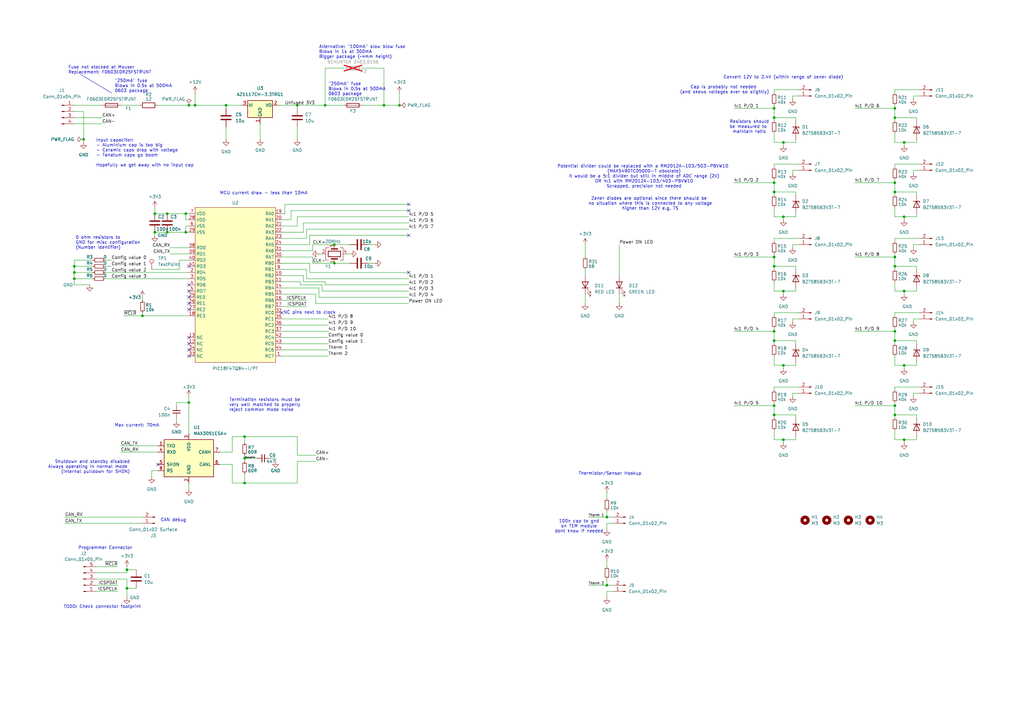
<source format=kicad_sch>
(kicad_sch (version 20231120) (generator "eeschema") (generator_version "8.0")
  (paper "A3")
  (title_block (title "CAN Node") (date "2024-09-18") (rev "v1.0.0") (comment 1 "STAG 11") (comment 2 "Ethan Turnbull"))
  (junction (at 52.07 233.68))
  (junction (at 370.84 180.34))
  (junction (at 367.03 105.41))
  (junction (at 63.5 95.25))
  (junction (at 317.5 44.45))
  (junction (at 100.33 187.96))
  (junction (at 63.5 87.63))
  (junction (at 367.03 48.26))
  (junction (at 248.92 212.09))
  (junction (at 133.35 43.18))
  (junction (at 367.03 44.45))
  (junction (at 370.84 149.86))
  (junction (at 370.84 88.9))
  (junction (at 317.5 74.93))
  (junction (at 367.03 135.89))
  (junction (at 30.48 109.22))
  (junction (at 321.31 149.86))
  (junction (at 370.84 119.38))
  (junction (at 321.31 88.9))
  (junction (at 317.5 48.26))
  (junction (at 317.5 170.18))
  (junction (at 100.33 179.07))
  (junction (at 76.2 95.25))
  (junction (at 68.58 95.25))
  (junction (at 317.5 135.89))
  (junction (at 77.47 165.1))
  (junction (at 367.03 139.7))
  (junction (at 77.47 43.18))
  (junction (at 367.03 74.93))
  (junction (at 163.83 43.18))
  (junction (at 367.03 166.37))
  (junction (at 68.58 87.63))
  (junction (at 137.16 107.95))
  (junction (at 367.03 170.18))
  (junction (at 34.29 57.15))
  (junction (at 248.92 240.03))
  (junction (at 121.92 43.18))
  (junction (at 58.42 129.54))
  (junction (at 317.5 78.74))
  (junction (at 52.07 241.3))
  (junction (at 80.01 43.18))
  (junction (at 30.48 114.3))
  (junction (at 367.03 78.74))
  (junction (at 321.31 58.42))
  (junction (at 317.5 105.41))
  (junction (at 321.31 180.34))
  (junction (at 367.03 109.22))
  (junction (at 92.71 43.18))
  (junction (at 317.5 139.7))
  (junction (at 370.84 58.42))
  (junction (at 30.48 111.76))
  (junction (at 137.16 100.33))
  (junction (at 317.5 109.22))
  (junction (at 321.31 119.38))
  (junction (at 100.33 198.12))
  (junction (at 317.5 166.37))
  (junction (at 76.2 87.63))
  (junction (at 157.48 43.18))
  (no_connect (at 77.47 121.92))
  (no_connect (at 77.47 138.43))
  (no_connect (at 77.47 116.84))
  (no_connect (at 77.47 140.97))
  (no_connect (at 167.64 96.52))
  (no_connect (at 167.64 83.82))
  (no_connect (at 167.64 86.36))
  (no_connect (at 64.77 190.5))
  (no_connect (at 115.57 128.27))
  (no_connect (at 77.47 119.38))
  (no_connect (at 167.64 111.76))
  (no_connect (at 77.47 146.05))
  (no_connect (at 77.47 127))
  (no_connect (at 77.47 143.51))
  (no_connect (at 77.47 124.46))
  (no_connect (at 77.47 109.22))
  (wire (pts (xy 367.03 165.1) (xy 367.03 166.37)))
  (wire (pts (xy 317.5 149.86) (xy 317.5 146.05)))
  (wire (pts (xy 367.03 180.34) (xy 367.03 176.53)))
  (wire (pts (xy 367.03 73.66) (xy 367.03 74.93)))
  (wire (pts (xy 374.65 71.12) (xy 374.65 69.85)))
  (wire (pts (xy 62.23 195.58) (xy 62.23 193.04)))
  (wire (pts (xy 90.17 190.5) (xy 95.25 190.5)))
  (wire (pts (xy 100.33 194.31) (xy 100.33 198.12)))
  (wire (pts (xy 317.5 134.62) (xy 317.5 135.89)))
  (wire (pts (xy 148.59 43.18) (xy 157.48 43.18)))
  (wire (pts (xy 370.84 180.34) (xy 370.84 181.61)))
  (wire (pts (xy 240.03 110.49) (xy 240.03 113.03)))
  (wire (pts (xy 30.48 116.84) (xy 36.83 116.84)))
  (wire (pts (xy 325.12 132.08) (xy 325.12 130.81)))
  (wire (pts (xy 39.37 237.49) (xy 52.07 237.49)))
  (wire (pts (xy 129.54 124.46) (xy 167.64 124.46)))
  (wire (pts (xy 370.84 119.38) (xy 375.92 119.38)))
  (wire (pts (xy 317.5 58.42) (xy 317.5 54.61)))
  (wire (pts (xy 125.73 110.49) (xy 115.57 110.49)))
  (wire (pts (xy 248.92 237.49) (xy 248.92 240.03)))
  (wire (pts (xy 76.2 92.71) (xy 76.2 95.25)))
  (wire (pts (xy 52.07 233.68) (xy 52.07 234.95)))
  (wire (pts (xy 370.84 119.38) (xy 370.84 120.65)))
  (wire (pts (xy 317.5 139.7) (xy 317.5 140.97)))
  (wire (pts (xy 115.57 95.25) (xy 124.46 95.25)))
  (wire (pts (xy 124.46 113.03) (xy 115.57 113.03)))
  (wire (pts (xy 121.92 88.9) (xy 121.92 92.71)))
  (wire (pts (xy 113.03 187.96) (xy 113.03 189.23)))
  (wire (pts (xy 133.35 116.84) (xy 167.64 116.84)))
  (wire (pts (xy 116.84 83.82) (xy 167.64 83.82)))
  (wire (pts (xy 326.39 88.9) (xy 326.39 87.63)))
  (wire (pts (xy 321.31 149.86) (xy 326.39 149.86)))
  (wire (pts (xy 58.42 121.92) (xy 58.42 123.19)))
  (wire (pts (xy 52.07 233.68) (xy 55.88 233.68)))
  (wire (pts (xy 77.47 165.1) (xy 77.47 177.8)))
  (wire (pts (xy 317.5 74.93) (xy 317.5 78.74)))
  (wire (pts (xy 317.5 104.14) (xy 317.5 105.41)))
  (wire (pts (xy 248.92 240.03) (xy 251.46 240.03)))
  (wire (pts (xy 30.48 111.76) (xy 38.1 111.76)))
  (wire (pts (xy 77.47 92.71) (xy 76.2 92.71)))
  (wire (pts (xy 63.5 95.25) (xy 68.58 95.25)))
  (wire (pts (xy 73.66 110.49) (xy 62.23 110.49)))
  (wire (pts (xy 119.38 86.36) (xy 119.38 90.17)))
  (wire (pts (xy 116.84 83.82) (xy 116.84 87.63)))
  (wire (pts (xy 129.54 120.65) (xy 115.57 120.65)))
  (wire (pts (xy 370.84 149.86) (xy 370.84 151.13)))
  (wire (pts (xy 326.39 109.22) (xy 326.39 110.49)))
  (wire (pts (xy 325.12 40.64) (xy 325.12 39.37)))
  (wire (pts (xy 374.65 39.37) (xy 377.19 39.37)))
  (wire (pts (xy 30.48 48.26) (xy 41.91 48.26)))
  (wire (pts (xy 30.48 50.8) (xy 41.91 50.8)))
  (wire (pts (xy 325.12 101.6) (xy 325.12 100.33)))
  (wire (pts (xy 130.81 121.92) (xy 167.64 121.92)))
  (wire (pts (xy 121.92 186.69) (xy 129.54 186.69)))
  (wire (pts (xy 127 111.76) (xy 167.64 111.76)))
  (wire (pts (xy 248.92 209.55) (xy 248.92 212.09)))
  (wire (pts (xy 100.33 187.96) (xy 105.41 187.96)))
  (wire (pts (xy 367.03 149.86) (xy 370.84 149.86)))
  (wire (pts (xy 50.8 129.54) (xy 58.42 129.54)))
  (wire (pts (xy 121.92 92.71) (xy 115.57 92.71)))
  (wire (pts (xy 367.03 109.22) (xy 367.03 110.49)))
  (wire (pts (xy 137.16 107.95) (xy 143.51 107.95)))
  (wire (pts (xy 26.67 212.09) (xy 58.42 212.09)))
  (wire (pts (xy 317.5 149.86) (xy 321.31 149.86)))
  (wire (pts (xy 375.92 78.74) (xy 375.92 80.01)))
  (wire (pts (xy 325.12 39.37) (xy 327.66 39.37)))
  (wire (pts (xy 321.31 149.86) (xy 321.31 151.13)))
  (wire (pts (xy 317.5 43.18) (xy 317.5 44.45)))
  (wire (pts (xy 374.65 130.81) (xy 377.19 130.81)))
  (wire (pts (xy 157.48 27.94) (xy 157.48 43.18)))
  (wire (pts (xy 128.27 105.41) (xy 128.27 107.95)))
  (wire (pts (xy 153.67 100.33) (xy 151.13 100.33)))
  (wire (pts (xy 375.92 149.86) (xy 375.92 148.59)))
  (wire (pts (xy 326.39 78.74) (xy 326.39 80.01)))
  (wire (pts (xy 374.65 132.08) (xy 374.65 130.81)))
  (wire (pts (xy 121.92 88.9) (xy 167.64 88.9)))
  (wire (pts (xy 121.92 198.12) (xy 121.92 189.23)))
  (wire (pts (xy 317.5 180.34) (xy 317.5 176.53)))
  (wire (pts (xy 63.5 95.25) (xy 63.5 96.52)))
  (wire (pts (xy 367.03 128.27) (xy 367.03 129.54)))
  (wire (pts (xy 350.52 44.45) (xy 367.03 44.45)))
  (wire (pts (xy 100.33 179.07) (xy 121.92 179.07)))
  (wire (pts (xy 121.92 179.07) (xy 121.92 186.69)))
  (wire (pts (xy 124.46 95.25) (xy 124.46 91.44)))
  (wire (pts (xy 325.12 162.56) (xy 325.12 161.29)))
  (wire (pts (xy 317.5 88.9) (xy 321.31 88.9)))
  (wire (pts (xy 248.92 201.93) (xy 248.92 204.47)))
  (wire (pts (xy 367.03 58.42) (xy 367.03 54.61)))
  (wire (pts (xy 317.5 180.34) (xy 321.31 180.34)))
  (wire (pts (xy 251.46 214.63) (xy 248.92 214.63)))
  (wire (pts (xy 374.65 101.6) (xy 374.65 100.33)))
  (wire (pts (xy 254 100.33) (xy 254 113.03)))
  (wire (pts (xy 370.84 88.9) (xy 370.84 90.17)))
  (wire (pts (xy 317.5 139.7) (xy 326.39 139.7)))
  (wire (pts (xy 367.03 78.74) (xy 367.03 80.01)))
  (wire (pts (xy 30.48 43.18) (xy 41.91 43.18)))
  (wire (pts (xy 39.37 234.95) (xy 52.07 234.95)))
  (wire (pts (xy 63.5 87.63) (xy 68.58 87.63)))
  (wire (pts (xy 367.03 67.31) (xy 377.19 67.31)))
  (wire (pts (xy 367.03 48.26) (xy 367.03 49.53)))
  (wire (pts (xy 350.52 105.41) (xy 367.03 105.41)))
  (wire (pts (xy 367.03 134.62) (xy 367.03 135.89)))
  (wire (pts (xy 100.33 187.96) (xy 100.33 189.23)))
  (wire (pts (xy 115.57 107.95) (xy 127 107.95)))
  (wire (pts (xy 317.5 48.26) (xy 317.5 49.53)))
  (wire (pts (xy 325.12 69.85) (xy 327.66 69.85)))
  (wire (pts (xy 133.35 27.94) (xy 140.97 27.94)))
  (wire (pts (xy 375.92 58.42) (xy 375.92 57.15)))
  (wire (pts (xy 367.03 109.22) (xy 375.92 109.22)))
  (wire (pts (xy 68.58 87.63) (xy 76.2 87.63)))
  (wire (pts (xy 251.46 242.57) (xy 248.92 242.57)))
  (wire (pts (xy 68.58 95.25) (xy 76.2 95.25)))
  (wire (pts (xy 367.03 48.26) (xy 375.92 48.26)))
  (wire (pts (xy 317.5 78.74) (xy 317.5 80.01)))
  (wire (pts (xy 317.5 88.9) (xy 317.5 85.09)))
  (wire (pts (xy 133.35 115.57) (xy 133.35 116.84)))
  (wire (pts (xy 326.39 139.7) (xy 326.39 140.97)))
  (wire (pts (xy 127 107.95) (xy 127 111.76)))
  (wire (pts (xy 321.31 88.9) (xy 326.39 88.9)))
  (wire (pts (xy 77.47 162.56) (xy 77.47 165.1)))
  (wire (pts (xy 375.92 88.9) (xy 375.92 87.63)))
  (wire (pts (xy 325.12 130.81) (xy 327.66 130.81)))
  (wire (pts (xy 72.39 166.37) (xy 72.39 165.1)))
  (wire (pts (xy 127 96.52) (xy 167.64 96.52)))
  (wire (pts (xy 321.31 119.38) (xy 326.39 119.38)))
  (wire (pts (xy 367.03 139.7) (xy 375.92 139.7)))
  (wire (pts (xy 375.92 109.22) (xy 375.92 110.49)))
  (wire (pts (xy 375.92 119.38) (xy 375.92 118.11)))
  (polyline (pts (xy 45.72 38.1) (xy 33.02 30.48)))
  (wire (pts (xy 34.29 45.72) (xy 34.29 57.15)))
  (wire (pts (xy 374.65 161.29) (xy 377.19 161.29)))
  (wire (pts (xy 374.65 40.64) (xy 374.65 39.37)))
  (wire (pts (xy 76.2 95.25) (xy 77.47 95.25)))
  (wire (pts (xy 317.5 67.31) (xy 317.5 68.58)))
  (wire (pts (xy 326.39 170.18) (xy 326.39 171.45)))
  (wire (pts (xy 127 100.33) (xy 115.57 100.33)))
  (wire (pts (xy 76.2 90.17) (xy 76.2 87.63)))
  (wire (pts (xy 115.57 125.73) (xy 125.73 125.73)))
  (wire (pts (xy 367.03 170.18) (xy 367.03 171.45)))
  (wire (pts (xy 375.92 170.18) (xy 375.92 171.45)))
  (wire (pts (xy 367.03 104.14) (xy 367.03 105.41)))
  (wire (pts (xy 317.5 128.27) (xy 327.66 128.27)))
  (wire (pts (xy 254 120.65) (xy 254 124.46)))
  (wire (pts (xy 73.66 106.68) (xy 77.47 106.68)))
  (wire (pts (xy 127 100.33) (xy 127 96.52)))
  (wire (pts (xy 128.27 107.95) (xy 137.16 107.95)))
  (wire (pts (xy 317.5 109.22) (xy 326.39 109.22)))
  (wire (pts (xy 100.33 181.61) (xy 100.33 179.07)))
  (wire (pts (xy 128.27 100.33) (xy 128.27 102.87)))
  (wire (pts (xy 153.67 107.95) (xy 151.13 107.95)))
  (wire (pts (xy 115.57 115.57) (xy 123.19 115.57)))
  (wire (pts (xy 115.57 138.43) (xy 134.62 138.43)))
  (wire (pts (xy 317.5 158.75) (xy 327.66 158.75)))
  (wire (pts (xy 248.92 212.09) (xy 251.46 212.09)))
  (wire (pts (xy 115.57 97.79) (xy 125.73 97.79)))
  (wire (pts (xy 367.03 36.83) (xy 377.19 36.83)))
  (wire (pts (xy 129.54 124.46) (xy 129.54 120.65)))
  (wire (pts (xy 30.48 45.72) (xy 34.29 45.72)))
  (wire (pts (xy 125.73 97.79) (xy 125.73 93.98)))
  (wire (pts (xy 317.5 97.79) (xy 327.66 97.79)))
  (wire (pts (xy 124.46 91.44) (xy 167.64 91.44)))
  (wire (pts (xy 69.85 101.6) (xy 77.47 101.6)))
  (wire (pts (xy 300.99 74.93) (xy 317.5 74.93)))
  (wire (pts (xy 49.53 182.88) (xy 64.77 182.88)))
  (wire (pts (xy 367.03 166.37) (xy 367.03 170.18)))
  (wire (pts (xy 39.37 240.03) (xy 48.26 240.03)))
  (wire (pts (xy 133.35 43.18) (xy 133.35 27.94)))
  (wire (pts (xy 43.18 111.76) (xy 77.47 111.76)))
  (wire (pts (xy 367.03 135.89) (xy 367.03 139.7)))
  (wire (pts (xy 137.16 100.33) (xy 143.51 100.33)))
  (wire (pts (xy 350.52 74.93) (xy 367.03 74.93)))
  (wire (pts (xy 300.99 44.45) (xy 317.5 44.45)))
  (wire (pts (xy 114.3 43.18) (xy 121.92 43.18)))
  (wire (pts (xy 240.03 120.65) (xy 240.03 124.46)))
  (wire (pts (xy 62.23 193.04) (xy 64.77 193.04)))
  (wire (pts (xy 115.57 130.81) (xy 134.62 130.81)))
  (wire (pts (xy 124.46 115.57) (xy 124.46 113.03)))
  (wire (pts (xy 95.25 198.12) (xy 100.33 198.12)))
  (wire (pts (xy 115.57 146.05) (xy 134.62 146.05)))
  (wire (pts (xy 123.19 116.84) (xy 123.19 115.57)))
  (wire (pts (xy 52.07 241.3) (xy 52.07 245.11)))
  (wire (pts (xy 321.31 180.34) (xy 326.39 180.34)))
  (wire (pts (xy 321.31 88.9) (xy 321.31 90.17)))
  (wire (pts (xy 130.81 104.14) (xy 132.08 104.14)))
  (wire (pts (xy 119.38 86.36) (xy 167.64 86.36)))
  (wire (pts (xy 132.08 116.84) (xy 132.08 119.38)))
  (wire (pts (xy 367.03 119.38) (xy 367.03 115.57)))
  (wire (pts (xy 43.18 106.68) (xy 45.72 106.68)))
  (wire (pts (xy 43.18 114.3) (xy 77.47 114.3)))
  (wire (pts (xy 326.39 180.34) (xy 326.39 179.07)))
  (wire (pts (xy 370.84 58.42) (xy 370.84 59.69)))
  (wire (pts (xy 77.47 43.18) (xy 80.01 43.18)))
  (wire (pts (xy 73.66 110.49) (xy 73.66 106.68)))
  (wire (pts (xy 326.39 119.38) (xy 326.39 118.11)))
  (wire (pts (xy 115.57 135.89) (xy 134.62 135.89)))
  (wire (pts (xy 367.03 78.74) (xy 375.92 78.74)))
  (wire (pts (xy 115.57 133.35) (xy 134.62 133.35)))
  (wire (pts (xy 167.64 114.3) (xy 125.73 114.3)))
  (wire (pts (xy 38.1 114.3) (xy 30.48 114.3)))
  (wire (pts (xy 30.48 109.22) (xy 30.48 111.76)))
  (wire (pts (xy 123.19 116.84) (xy 132.08 116.84)))
  (wire (pts (xy 121.92 43.18) (xy 121.92 44.45)))
  (wire (pts (xy 125.73 123.19) (xy 115.57 123.19)))
  (wire (pts (xy 121.92 189.23) (xy 129.54 189.23)))
  (wire (pts (xy 52.07 241.3) (xy 55.88 241.3)))
  (wire (pts (xy 367.03 158.75) (xy 367.03 160.02)))
  (wire (pts (xy 326.39 149.86) (xy 326.39 148.59)))
  (wire (pts (xy 116.84 87.63) (xy 115.57 87.63)))
  (wire (pts (xy 58.42 129.54) (xy 77.47 129.54)))
  (wire (pts (xy 375.92 180.34) (xy 375.92 179.07)))
  (wire (pts (xy 64.77 43.18) (xy 77.47 43.18)))
  (wire (pts (xy 367.03 119.38) (xy 370.84 119.38)))
  (wire (pts (xy 321.31 58.42) (xy 321.31 59.69)))
  (wire (pts (xy 374.65 162.56) (xy 374.65 161.29)))
  (wire (pts (xy 317.5 97.79) (xy 317.5 99.06)))
  (wire (pts (xy 367.03 97.79) (xy 377.19 97.79)))
  (wire (pts (xy 77.47 90.17) (xy 76.2 90.17)))
  (wire (pts (xy 30.48 114.3) (xy 30.48 116.84)))
  (wire (pts (xy 148.59 27.94) (xy 157.48 27.94)))
  (wire (pts (xy 241.3 240.03) (xy 248.92 240.03)))
  (wire (pts (xy 49.53 43.18) (xy 57.15 43.18)))
  (wire (pts (xy 367.03 128.27) (xy 377.19 128.27)))
  (wire (pts (xy 300.99 166.37) (xy 317.5 166.37)))
  (wire (pts (xy 367.03 36.83) (xy 367.03 38.1)))
  (wire (pts (xy 321.31 180.34) (xy 321.31 181.61)))
  (wire (pts (xy 317.5 67.31) (xy 327.66 67.31)))
  (wire (pts (xy 367.03 58.42) (xy 370.84 58.42)))
  (wire (pts (xy 325.12 161.29) (xy 327.66 161.29)))
  (wire (pts (xy 248.92 214.63) (xy 248.92 217.17)))
  (wire (pts (xy 38.1 106.68) (xy 30.48 106.68)))
  (wire (pts (xy 133.35 43.18) (xy 140.97 43.18)))
  (wire (pts (xy 317.5 58.42) (xy 321.31 58.42)))
  (wire (pts (xy 95.25 179.07) (xy 100.33 179.07)))
  (wire (pts (xy 317.5 119.38) (xy 321.31 119.38)))
  (wire (pts (xy 317.5 170.18) (xy 317.5 171.45)))
  (wire (pts (xy 317.5 158.75) (xy 317.5 160.02)))
  (wire (pts (xy 58.42 128.27) (xy 58.42 129.54)))
  (wire (pts (xy 375.92 139.7) (xy 375.92 140.97)))
  (wire (pts (xy 317.5 36.83) (xy 327.66 36.83)))
  (wire (pts (xy 317.5 128.27) (xy 317.5 129.54)))
  (wire (pts (xy 34.29 58.42) (xy 34.29 57.15)))
  (wire (pts (xy 119.38 90.17) (xy 115.57 90.17)))
  (wire (pts (xy 317.5 44.45) (xy 317.5 48.26)))
  (wire (pts (xy 121.92 43.18) (xy 133.35 43.18)))
  (wire (pts (xy 30.48 109.22) (xy 38.1 109.22)))
  (wire (pts (xy 370.84 149.86) (xy 375.92 149.86)))
  (wire (pts (xy 326.39 58.42) (xy 326.39 57.15)))
  (wire (pts (xy 367.03 139.7) (xy 367.03 140.97)))
  (wire (pts (xy 317.5 36.83) (xy 317.5 38.1)))
  (wire (pts (xy 317.5 170.18) (xy 326.39 170.18)))
  (wire (pts (xy 325.12 100.33) (xy 327.66 100.33)))
  (wire (pts (xy 317.5 105.41) (xy 317.5 109.22)))
  (wire (pts (xy 132.08 119.38) (xy 167.64 119.38)))
  (wire (pts (xy 49.53 185.42) (xy 64.77 185.42)))
  (wire (pts (xy 367.03 88.9) (xy 367.03 85.09)))
  (wire (pts (xy 115.57 143.51) (xy 134.62 143.51)))
  (wire (pts (xy 367.03 74.93) (xy 367.03 78.74)))
  (wire (pts (xy 95.25 190.5) (xy 95.25 198.12)))
  (wire (pts (xy 370.84 58.42) (xy 375.92 58.42)))
  (wire (pts (xy 300.99 105.41) (xy 317.5 105.41)))
  (wire (pts (xy 367.03 97.79) (xy 367.03 99.06)))
  (wire (pts (xy 240.03 100.33) (xy 240.03 105.41)))
  (wire (pts (xy 95.25 179.07) (xy 95.25 185.42)))
  (wire (pts (xy 39.37 242.57) (xy 48.26 242.57)))
  (wire (pts (xy 367.03 180.34) (xy 370.84 180.34)))
  (wire (pts (xy 350.52 166.37) (xy 367.03 166.37)))
  (wire (pts (xy 125.73 93.98) (xy 167.64 93.98)))
  (wire (pts (xy 30.48 111.76) (xy 30.48 114.3)))
  (wire (pts (xy 92.71 52.07) (xy 92.71 57.15)))
  (wire (pts (xy 130.81 118.11) (xy 115.57 118.11)))
  (wire (pts (xy 92.71 43.18) (xy 92.71 44.45)))
  (wire (pts (xy 121.92 52.07) (xy 121.92 57.15)))
  (wire (pts (xy 374.65 69.85) (xy 377.19 69.85)))
  (wire (pts (xy 80.01 38.1) (xy 80.01 43.18)))
  (wire (pts (xy 300.99 135.89) (xy 317.5 135.89)))
  (wire (pts (xy 370.84 88.9) (xy 375.92 88.9)))
  (wire (pts (xy 90.17 185.42) (xy 95.25 185.42)))
  (wire (pts (xy 142.24 104.14) (xy 143.51 104.14)))
  (wire (pts (xy 326.39 48.26) (xy 326.39 49.53)))
  (wire (pts (xy 63.5 85.09) (xy 63.5 87.63)))
  (wire (pts (xy 80.01 43.18) (xy 92.71 43.18)))
  (wire (pts (xy 128.27 100.33) (xy 137.16 100.33)))
  (wire (pts (xy 115.57 140.97) (xy 134.62 140.97)))
  (wire (pts (xy 317.5 119.38) (xy 317.5 115.57)))
  (wire (pts (xy 72.39 165.1) (xy 77.47 165.1)))
  (wire (pts (xy 367.03 88.9) (xy 370.84 88.9)))
  (wire (pts (xy 163.83 38.1) (xy 163.83 43.18)))
  (wire (pts (xy 317.5 165.1) (xy 317.5 166.37)))
  (wire (pts (xy 367.03 170.18) (xy 375.92 170.18)))
  (wire (pts (xy 124.46 115.57) (xy 133.35 115.57)))
  (wire (pts (xy 321.31 58.42) (xy 326.39 58.42)))
  (wire (pts (xy 100.33 198.12) (xy 121.92 198.12)))
  (wire (pts (xy 92.71 43.18) (xy 99.06 43.18)))
  (wire (pts (xy 317.5 166.37) (xy 317.5 170.18)))
  (wire (pts (xy 52.07 232.41) (xy 52.07 233.68)))
  (wire (pts (xy 375.92 48.26) (xy 375.92 49.53)))
  (wire (pts (xy 43.18 109.22) (xy 45.72 109.22)))
  (wire (pts (xy 76.2 87.63) (xy 77.47 87.63)))
  (wire (pts (xy 72.39 171.45) (xy 72.39 172.72)))
  (wire (pts (xy 69.85 104.14) (xy 77.47 104.14)))
  (wire (pts (xy 370.84 180.34) (xy 375.92 180.34)))
  (wire (pts (xy 325.12 71.12) (xy 325.12 69.85)))
  (wire (pts (xy 39.37 232.41) (xy 48.26 232.41)))
  (wire (pts (xy 157.48 43.18) (xy 163.83 43.18)))
  (wire (pts (xy 115.57 102.87) (xy 128.27 102.87)))
  (wire (pts (xy 367.03 43.18) (xy 367.03 44.45)))
  (wire (pts (xy 367.03 67.31) (xy 367.03 68.58)))
  (wire (pts (xy 248.92 229.87) (xy 248.92 232.41)))
  (wire (pts (xy 30.48 106.68) (xy 30.48 109.22)))
  (wire (pts (xy 100.33 186.69) (xy 100.33 187.96)))
  (wire (pts (xy 110.49 187.96) (xy 113.03 187.96)))
  (wire (pts (xy 26.67 214.63) (xy 58.42 214.63)))
  (wire (pts (xy 317.5 78.74) (xy 326.39 78.74)))
  (wire (pts (xy 115.57 105.41) (xy 128.27 105.41)))
  (wire (pts (xy 317.5 48.26) (xy 326.39 48.26)))
  (wire (pts (xy 367.03 44.45) (xy 367.03 48.26)))
  (wire (pts (xy 317.5 135.89) (xy 317.5 139.7)))
  (wire (pts (xy 367.03 158.75) (xy 377.19 158.75)))
  (wire (pts (xy 367.03 149.86) (xy 367.03 146.05)))
  (wire (pts (xy 77.47 198.12) (xy 77.47 200.66)))
  (wire (pts (xy 317.5 109.22) (xy 317.5 110.49)))
  (wire (pts (xy 125.73 114.3) (xy 125.73 110.49)))
  (wire (pts (xy 317.5 73.66) (xy 317.5 74.93)))
  (wire (pts (xy 248.92 242.57) (xy 248.92 245.11)))
  (wire (pts (xy 321.31 119.38) (xy 321.31 120.65)))
  (wire (pts (xy 241.3 212.09) (xy 248.92 212.09)))
  (wire (pts (xy 350.52 135.89) (xy 367.03 135.89)))
  (wire (pts (xy 130.81 121.92) (xy 130.81 118.11)))
  (wire (pts (xy 367.03 105.41) (xy 367.03 109.22)))
  (wire (pts (xy 106.68 50.8) (xy 106.68 57.15)))
  (wire (pts (xy 52.07 237.49) (xy 52.07 241.3)))
  (wire (pts (xy 374.65 100.33) (xy 377.19 100.33)))
  (text "Input capacitor:\n- Aluminium cap is too big\n- Ceramic caps drop with voltage\n- Tanatum caps go boom\n\nHopefully we get away with no input cap" (at 39.37 68.58 0) (effects (font (size 1.27 1.27)) (justify left bottom)))
  (text "Shutdown and standby disabled\nAlways operating in normal mode \n(Internal pulldown for SHDN)" (at 53.34 194.31 0) (effects (font (size 1.27 1.27)) (justify right bottom)))
  (text "Potential divider could be replaced with a RM2012A-103/503-PBVW10 \n(MAX5490TC05000-T obsolete)\nIt would be a 5:1 divider but still in middle of ADC range (2V)\nOR 4:1 with RM2012A-103/403-PBVW10\nScrapped, precision not needed" (at 264.16 72.39 0) (effects (font (size 1.27 1.27))))
  (text "Cap is probably not needed \n(and skews voltages ever so slightly)" (at 297.18 36.83 0) (effects (font (size 1.27 1.27))))
  (text "Max current: 70mA" (at 46.99 175.26 0) (effects (font (size 1.27 1.27)) (justify left bottom)))
  (text "\"250mA\" fuse\nBlows in 0.5s at 500mA\n0603 package" (at 134.62 39.37 0) (effects (font (size 1.27 1.27)) (justify left bottom)))
  (text "Termination resistors must be \nvery well matched to properly \nreject common mode noise" (at 93.98 168.91 0) (effects (font (size 1.27 1.27)) (justify left bottom)))
  (text "TODO: Check connector footprint" (at 41.91 248.92 0) (effects (font (size 1.27 1.27))))
  (text "Fuse not stocked at Mouser\nReplacement: F0603E0R25FSTR\\INT" (at 27.94 30.48 0) (effects (font (size 1.27 1.27)) (justify left bottom)))
  (text "Zener diodes are optional since there should be \nno situation where this is connected to any voltage\nhigher than 12V e.g. TS" (at 266.7 83.566 0) (effects (font (size 1.27 1.27))))
  (text "Convert 12V to 2.4V (within range of zener diode)" (at 321.31 31.75 0) (effects (font (size 1.27 1.27))))
  (text "NC pins next to clock" (at 127 128.27 0) (effects (font (size 1.27 1.27))))
  (text "0 ohm resistors to\nGND for misc configuration\n(Number Identifier)" (at 30.988 102.362 0) (effects (font (size 1.27 1.27)) (justify left bottom)))
  (text "100n cap to gnd\non TEM module\ndont know if needed" (at 237.49 215.9 0) (effects (font (size 1.27 1.27))))
  (text "\"250mA\" fuse\nBlows in 0.5s at 500mA\n0603 package" (at 46.99 38.1 0) (effects (font (size 1.27 1.27)) (justify left bottom)))
  (text "MCU current draw - less than 10mA" (at 90.17 80.01 0) (effects (font (size 1.27 1.27)) (justify left bottom)))
  (text "CAN debug" (at 71.12 213.36 0) (effects (font (size 1.27 1.27))))
  (text "Resistors should\nbe measured to \nmaintain ratio" (at 307.34 52.07 0) (effects (font (size 1.27 1.27))))
  (text "Programmer Connector" (at 43.18 224.79 0) (effects (font (size 1.27 1.27))))
  (text "Alternative: \"100mA\" slow blow fuse\nBlows in 1s at 300mA\nBigger package (~4mm height)" (at 130.81 24.13 0) (effects (font (size 1.27 1.27)) (justify left bottom)))
  (text "Thermistor/Sensor Hookup" (at 250.19 194.31 0) (effects (font (size 1.27 1.27))))
  (label "4:1 P{slash}D 8" (at 134.62 130.81 0))
  (label "ICSPDAT" (at 48.26 240.03 180))
  (label "Config value 1" (at 45.72 109.22 0))
  (label "4:1 P{slash}D 5" (at 167.64 88.9 0))
  (label "Config value 0" (at 134.62 138.43 0))
  (label "Therm 1" (at 241.3 212.09 0) (effects (font (size 1.016 1.016))))
  (label "Config value 0" (at 45.72 106.68 0))
  (label "Therm 2" (at 134.62 146.05 0))
  (label "Power ON LED" (at 167.64 124.46 0))
  (label "CAN_RX" (at 69.85 101.6 180))
  (label "4:1 P{slash}D 9" (at 350.52 135.89 0))
  (label "CLK+" (at 128.27 100.33 0))
  (label "~{MCLR}" (at 50.8 129.54 0))
  (label "4:1 P{slash}D 5" (at 300.99 166.37 0))
  (label "4:1 P{slash}D 7" (at 167.64 93.98 0))
  (label "CAN_RX" (at 26.67 212.09 0))
  (label "Decoupling" (at 100.33 187.96 0) (effects (font (size 0.508 0.508))))
  (label "CAN_RX" (at 49.53 185.42 0))
  (label "4:1 P{slash}D 8" (at 350.52 105.41 0))
  (label "~{MCLR}" (at 48.26 232.41 180))
  (label "4:1 P{slash}D 10" (at 134.62 135.89 0))
  (label "Config value 2" (at 45.72 111.76 0))
  (label "ICSPCLK" (at 125.73 123.19 180))
  (label "Therm 2" (at 241.3 240.03 0) (effects (font (size 1.016 1.016))))
  (label "CAN-" (at 41.91 50.8 0))
  (label "ICSPDAT" (at 125.73 125.73 180))
  (label "4:1 P{slash}D 1" (at 167.64 114.3 0))
  (label "CAN_TX" (at 26.67 214.63 0))
  (label "4:1 P{slash}D 9" (at 134.62 133.35 0))
  (label "4:1 P{slash}D 2" (at 167.64 116.84 0))
  (label "Config value 1" (at 134.62 140.97 0))
  (label "4:1 P{slash}D 4" (at 300.99 135.89 0))
  (label "4:1 P{slash}D 4" (at 167.64 121.92 0))
  (label "4:1 P{slash}D 6" (at 167.64 91.44 0))
  (label "Therm 1" (at 134.62 143.51 0))
  (label "4:1 P{slash}D 1" (at 300.99 44.45 0))
  (label "4:1 P{slash}D 3" (at 167.64 119.38 0))
  (label "4:1 P{slash}D 10" (at 350.52 166.37 0))
  (label "Power ON LED" (at 254 100.33 0))
  (label "CLK-" (at 128.27 107.95 0))
  (label "CAN_TX" (at 49.53 182.88 0))
  (label "Unfused 3V3" (at 116.84 43.18 0))
  (label "4:1 P{slash}D 6" (at 350.52 44.45 0))
  (label "CAN_TX" (at 69.85 104.14 180))
  (label "4:1 P{slash}D 2" (at 300.99 74.93 0))
  (label "4:1 P{slash}D 7" (at 350.52 74.93 0))
  (label "4:1 P{slash}D 3" (at 300.99 105.41 0))
  (label "Config value 3" (at 45.72 114.3 0))
  (label "CAN+" (at 129.54 186.69 0))
  (label "ICSPCLK" (at 48.26 242.57 180))
  (label "CAN-" (at 129.54 189.23 0))
  (label "CAN+" (at 41.91 48.26 0))
  (symbol (lib_id "Device:R_Small") (at 367.03 40.64 180) (unit 1)
    (property "Reference" "R21" (at 368.3 40.005 0) (effects (justify right)))
    (property "Value" "40k" (at 368.3 41.91 0) (effects (justify right)))
    (property "Footprint" "Resistor_SMD:R_0805_2012Metric_Pad1.20x1.40mm_HandSolder" (effects (hide yes)))
    (property "Datasheet" "https://www.mouser.co.uk/datasheet/2/427/dcrcwife3-1761849.pdf" (effects (hide yes)))
    (property "Optional" "True" (effects (hide yes)))
    (property "Supplier" "Mouser" (effects (hide yes)))
    (property "Manufacturer_Part_Number" "CRCW080540K0FKEA" (effects (hide yes)))
    (property "Mouser Part Number" "71-CRCW080540K0FKEA" (effects (hide yes)))
  )
  (symbol (lib_id "Device:R_Small") (at 317.5 143.51 180) (unit 1)
    (property "Reference" "R18" (at 318.77 142.875 0) (effects (justify right)))
    (property "Value" "10k" (at 318.77 144.78 0) (effects (justify right)))
    (property "Footprint" "Resistor_SMD:R_0805_2012Metric_Pad1.20x1.40mm_HandSolder" (effects (hide yes)))
    (property "Datasheet" "https://www.mouser.co.uk/datasheet/2/427/dcrcwife3-1761849.pdf" (effects (hide yes)))
    (property "Optional" "True" (effects (hide yes)))
    (property "Supplier" "Mouser" (effects (hide yes)))
    (property "Manufacturer_Part_Number" "CRGH0805F12R" (effects (hide yes)))
    (property "Mouser Part Number" "279-CRGH0805F12R" (effects (hide yes)))
  )
  (symbol (lib_id "power:GND") (at 106.68 57.15 0) (unit 1)
    (property "Reference" "#PWR014" (effects (hide yes)))
    (property "Value" "GND" (at 106.68 61.595 0))
  )
  (symbol (lib_id "Connector:Conn_01x02_Pin") (at 382.27 100.33 180) (unit 1)
    (property "Reference" "J13" (at 383.54 97.7899 0) (effects (justify right)))
    (property "Value" "Conn_01x02_Pin" (at 383.54 100.3299 0) (effects (justify right)))
    (property "Footprint" "Connector_Molex:Molex_Micro-Fit_3.0_43045-0200_2x01_P3.00mm_Horizontal" (effects (hide yes)))
    (property "Description" "Generic connector, single row, 01x02, script generated" (effects (hide yes)))
    (property "Manufacturer_Part_Number" "43045-0200" (effects (hide yes)))
    (property "Mouser Part Number" "538-43045-0200" (effects (hide yes)))
  )
  (symbol (lib_id "power:GND") (at 77.47 200.66 0) (unit 1)
    (property "Reference" "#PWR011" (effects (hide yes)))
    (property "Value" "GND" (at 77.47 205.74 0))
  )
  (symbol (lib_id "Device:LED") (at 240.03 116.84 90) (unit 1)
    (property "Reference" "D11" (at 243.84 117.1574 90) (effects (justify right)))
    (property "Value" "RED LED" (at 243.84 119.6974 90) (effects (justify right)))
    (property "Footprint" "LED_SMD:LED_0603_1608Metric_Pad1.05x0.95mm_HandSolder" (effects (hide yes)))
    (property "Datasheet" "https://www.mouser.co.uk/datasheet/2/588/ams_OSRAM_08_29_2024_4386966-3499010.pdf" (effects (hide yes)))
    (property "Description" "Light emitting diode" (effects (hide yes)))
    (property "Mouser Part Number" "720-P412P1R258A8J802" (effects (hide yes)))
    (property "Manufacturer_Part_Number" "KS EELP41.22-P1R2-58-A8J8-020-R18" (effects (hide yes)))
  )
  (symbol (lib_id "Device:R_Small") (at 58.42 125.73 180) (unit 1)
    (property "Reference" "R1" (at 59.69 125.095 0) (effects (justify right)))
    (property "Value" "10k" (at 59.69 127 0) (effects (justify right)))
    (property "Footprint" "Resistor_SMD:R_0805_2012Metric_Pad1.20x1.40mm_HandSolder" (effects (hide yes)))
    (property "Datasheet" "https://www.mouser.co.uk/datasheet/2/427/dcrcwife3-1761849.pdf" (effects (hide yes)))
    (property "Optional" "True" (effects (hide yes)))
    (property "Supplier" "Mouser" (effects (hide yes)))
    (property "Manufacturer_Part_Number" "CRGH0805F12R" (effects (hide yes)))
    (property "Mouser Part Number" "279-CRGH0805F12R" (effects (hide yes)))
  )
  (symbol (lib_id "Device:C_Small") (at 107.95 187.96 90) (unit 1)
    (property "Reference" "C6" (at 111.76 186.69 90))
    (property "Value" "4n7" (at 111.125 189.23 90))
    (property "Footprint" "Capacitor_SMD:C_0805_2012Metric_Pad1.18x1.45mm_HandSolder" (effects (hide yes)))
    (property "Datasheet" "https://www.mouser.co.uk/datasheet/2/212/1/KEM_C1076_X7R_HV_AUTO_SMD-1093301.pdf" (effects (hide yes)))
    (property "Optional" "True" (effects (hide yes)))
    (property "Order Code" "80-C0805C472KBRAUTO" (effects (hide yes)))
    (property "Supplier" "Mouser" (effects (hide yes)))
    (property "Manufacturer_Part_Number" "KAM21BR71H472KM" (effects (hide yes)))
    (property "Mouser Part Number" "581-KAM21BR71H472KM" (effects (hide yes)))
  )
  (symbol (lib_id "Device:R_Small") (at 317.5 40.64 180) (unit 1)
    (property "Reference" "R11" (at 318.77 40.005 0) (effects (justify right)))
    (property "Value" "40k" (at 318.77 41.91 0) (effects (justify right)))
    (property "Footprint" "Resistor_SMD:R_0805_2012Metric_Pad1.20x1.40mm_HandSolder" (effects (hide yes)))
    (property "Datasheet" "https://www.mouser.co.uk/datasheet/2/427/dcrcwife3-1761849.pdf" (effects (hide yes)))
    (property "Optional" "True" (effects (hide yes)))
    (property "Supplier" "Mouser" (effects (hide yes)))
    (property "Manufacturer_Part_Number" "CRCW080540K0FKEA" (effects (hide yes)))
    (property "Mouser Part Number" "71-CRCW080540K0FKEA" (effects (hide yes)))
  )
  (symbol (lib_id "Device:C") (at 121.92 48.26 0) (unit 1)
    (property "Reference" "C7" (at 125.095 46.99 0) (effects (justify left)))
    (property "Value" "10u" (at 125.095 49.53 0) (effects (justify left)))
    (property "Footprint" "Capacitor_SMD:C_0805_2012Metric_Pad1.18x1.45mm_HandSolder" (effects (hide yes)))
    (property "Description" "ESR < 10R" (effects (hide yes)))
    (property "Manufacturer_Part_Number" "GRT21BC71E106KE13L" (effects (hide yes)))
    (property "Mouser Part Number" "81-GRT21BC71E106KE13" (effects (hide yes)))
  )
  (symbol (lib_id "Device:R_Small") (at 248.92 207.01 180) (unit 1)
    (property "Reference" "R9" (at 250.19 206.375 0) (effects (justify right)))
    (property "Value" "10k" (at 250.19 208.28 0) (effects (justify right)))
    (property "Footprint" "Resistor_SMD:R_0805_2012Metric_Pad1.20x1.40mm_HandSolder" (effects (hide yes)))
    (property "Datasheet" "https://www.mouser.co.uk/datasheet/2/427/dcrcwife3-1761849.pdf" (effects (hide yes)))
    (property "Optional" "True" (effects (hide yes)))
    (property "Supplier" "Mouser" (effects (hide yes)))
    (property "Manufacturer_Part_Number" "CRGH0805F12R" (effects (hide yes)))
    (property "Mouser Part Number" "279-CRGH0805F12R" (effects (hide yes)))
  )
  (symbol (lib_id "Connector:Conn_01x02_Pin") (at 382.27 39.37 180) (unit 1)
    (property "Reference" "J11" (at 383.54 36.8299 0) (effects (justify right)))
    (property "Value" "Conn_01x02_Pin" (at 383.54 39.3699 0) (effects (justify right)))
    (property "Footprint" "Connector_Molex:Molex_Micro-Fit_3.0_43045-0200_2x01_P3.00mm_Horizontal" (effects (hide yes)))
    (property "Description" "Generic connector, single row, 01x02, script generated" (effects (hide yes)))
    (property "Manufacturer_Part_Number" "43045-0200" (effects (hide yes)))
    (property "Mouser Part Number" "538-43045-0200" (effects (hide yes)))
  )
  (symbol (lib_id "Device:C") (at 63.5 91.44 0) (unit 1)
    (property "Reference" "C2" (at 64.77 88.9 0) (effects (justify left)))
    (property "Value" "100n" (at 64.135 93.98 0) (effects (justify left)))
    (property "Footprint" "Capacitor_SMD:C_0805_2012Metric_Pad1.18x1.45mm_HandSolder" (effects (hide yes)))
    (property "Manufacturer_Part_Number" "KAM21BR71H104JM" (effects (hide yes)))
    (property "Mouser Part Number" "581-KAM21BR71H104JM" (effects (hide yes)))
  )
  (symbol (lib_id "Device:R_Small") (at 40.64 111.76 270) (unit 1)
    (property "Reference" "R5" (at 38.1 110.49 90) (effects (justify right)))
    (property "Value" "0" (at 43.815 110.49 90) (effects (justify right)))
    (property "Footprint" "Resistor_SMD:R_0805_2012Metric_Pad1.20x1.40mm_HandSolder" (effects (hide yes)))
    (property "Optional" "True" (effects (hide yes)))
    (property "Supplier" "Mouser" (effects (hide yes)))
    (property "Manufacturer_Part_Number" "CR0805AJ/-000EAS" (effects (hide yes)))
    (property "Mouser Part Number" "652-CR0805AJ/-000EAS" (effects (hide yes)))
  )
  (symbol (lib_id "SUFST:PIC18F47Q84-I/PT") (at 96.52 116.84 0) (mirror y) (unit 1)
    (property "Reference" "U2" (at 96.52 83.185 0))
    (property "Value" "PIC18F47Q84-I/PT" (at 96.52 151.13 0))
    (property "Footprint" "Package_QFP:TQFP-44_10x10mm_P0.8mm" (effects (hide yes)))
    (property "Datasheet" "https://www.microchip.com/en-us/product/pic18f47q84#document-table" (effects (hide yes)))
    (property "Manufacturer_Part_Number" "PIC18F47Q84-I/PT" (effects (hide yes)))
    (property "Mouser Part Number" "579-PIC18F47Q84-I/PT" (effects (hide yes)))
  )
  (symbol (lib_id "Device:D_Zener") (at 326.39 175.26 270) (unit 1)
    (property "Reference" "D5" (at 328.93 173.9899 90) (effects (justify left)))
    (property "Value" "BZT585B3V3T-7" (at 328.93 176.5299 90) (effects (justify left)))
    (property "Footprint" "Diode_SMD:D_SOD-523" (effects (hide yes)))
    (property "Datasheet" "https://www.diodes.com//assets/Datasheets/BZT585BxVxT.pdf" (effects (hide yes)))
    (property "Description" "Diodes Inc BZT585B3V3T-7 Zener Diode, 3.3V +/-2% 350 mW SMT 2-Pin SOD-523" (effects (hide yes)))
    (property "Height" "0.65" (effects (hide yes)))
    (property "Mouser Part Number" "621-BZT585B3V3T-7" (effects (hide yes)))
    (property "Mouser Price/Stock" "https://www.mouser.co.uk/ProductDetail/Diodes-Incorporated/BZT585B3V3T-7?qs=bLNvM6dkO6SLQKLMisQhRA%3D%3D" (effects (hide yes)))
    (property "Manufacturer_Name" "Diodes Incorporated" (effects (hide yes)))
    (property "Manufacturer_Part_Number" "BZT585B3V3T-7" (effects (hide yes)))
  )
  (symbol (lib_id "Connector:Conn_01x02_Pin") (at 332.74 100.33 180) (unit 1)
    (property "Reference" "J8" (at 334.01 97.7899 0) (effects (justify right)))
    (property "Value" "Conn_01x02_Pin" (at 334.01 100.3299 0) (effects (justify right)))
    (property "Footprint" "Connector_Molex:Molex_Micro-Fit_3.0_43045-0200_2x01_P3.00mm_Horizontal" (effects (hide yes)))
    (property "Description" "Generic connector, single row, 01x02, script generated" (effects (hide yes)))
    (property "Manufacturer_Part_Number" "43045-0200" (effects (hide yes)))
    (property "Mouser Part Number" "538-43045-0200" (effects (hide yes)))
  )
  (symbol (lib_id "Mechanical:MountingHole") (at 356.87 213.36 0) (unit 1)
    (property "Reference" "H4" (at 359.41 212.0899 0) (effects (justify left)))
    (property "Value" "M3" (at 359.41 214.6299 0) (effects (justify left)))
    (property "Footprint" "MountingHole:MountingHole_3.2mm_M3" (effects (hide yes)))
    (property "Optional" "False" (effects (hide yes)))
  )
  (symbol (lib_id "Connector:Conn_01x02_Pin") (at 382.27 161.29 180) (unit 1)
    (property "Reference" "J15" (at 383.54 158.7499 0) (effects (justify right)))
    (property "Value" "Conn_01x02_Pin" (at 383.54 161.2899 0) (effects (justify right)))
    (property "Footprint" "Connector_Molex:Molex_Micro-Fit_3.0_43045-0200_2x01_P3.00mm_Horizontal" (effects (hide yes)))
    (property "Description" "Generic connector, single row, 01x02, script generated" (effects (hide yes)))
    (property "Manufacturer_Part_Number" "43045-0200" (effects (hide yes)))
    (property "Mouser Part Number" "538-43045-0200" (effects (hide yes)))
  )
  (symbol (lib_id "Connector:Conn_01x02_Pin") (at 382.27 69.85 180) (unit 1)
    (property "Reference" "J12" (at 383.54 67.3099 0) (effects (justify right)))
    (property "Value" "Conn_01x02_Pin" (at 383.54 69.8499 0) (effects (justify right)))
    (property "Footprint" "Connector_Molex:Molex_Micro-Fit_3.0_43045-0200_2x01_P3.00mm_Horizontal" (effects (hide yes)))
    (property "Description" "Generic connector, single row, 01x02, script generated" (effects (hide yes)))
    (property "Manufacturer_Part_Number" "43045-0200" (effects (hide yes)))
    (property "Mouser Part Number" "538-43045-0200" (effects (hide yes)))
  )
  (symbol (lib_name "GND_3") (lib_id "power:GND") (at 321.31 90.17 0) (unit 1)
    (property "Reference" "#PWR027" (effects (hide yes)))
    (property "Value" "GND" (at 321.31 95.25 0))
    (property "Description" "Power symbol creates a global label with name \"GND\" , ground" (effects (hide yes)))
  )
  (symbol (lib_id "power:+3V3") (at 77.47 162.56 0) (unit 1)
    (property "Reference" "#PWR010" (effects (hide yes)))
    (property "Value" "+3V3" (at 77.47 158.75 0))
  )
  (symbol (lib_id "Device:D_Zener") (at 326.39 114.3 270) (unit 1)
    (property "Reference" "D3" (at 328.93 113.0299 90) (effects (justify left)))
    (property "Value" "BZT585B3V3T-7" (at 328.93 115.5699 90) (effects (justify left)))
    (property "Footprint" "Diode_SMD:D_SOD-523" (effects (hide yes)))
    (property "Datasheet" "https://www.diodes.com//assets/Datasheets/BZT585BxVxT.pdf" (effects (hide yes)))
    (property "Description" "Diodes Inc BZT585B3V3T-7 Zener Diode, 3.3V +/-2% 350 mW SMT 2-Pin SOD-523" (effects (hide yes)))
    (property "Height" "0.65" (effects (hide yes)))
    (property "Mouser Part Number" "621-BZT585B3V3T-7" (effects (hide yes)))
    (property "Mouser Price/Stock" "https://www.mouser.co.uk/ProductDetail/Diodes-Incorporated/BZT585B3V3T-7?qs=bLNvM6dkO6SLQKLMisQhRA%3D%3D" (effects (hide yes)))
    (property "Manufacturer_Name" "Diodes Incorporated" (effects (hide yes)))
    (property "Manufacturer_Part_Number" "BZT585B3V3T-7" (effects (hide yes)))
  )
  (symbol (lib_id "Device:R_Small") (at 367.03 113.03 180) (unit 1)
    (property "Reference" "R26" (at 368.3 112.395 0) (effects (justify right)))
    (property "Value" "10k" (at 368.3 114.3 0) (effects (justify right)))
    (property "Footprint" "Resistor_SMD:R_0805_2012Metric_Pad1.20x1.40mm_HandSolder" (effects (hide yes)))
    (property "Datasheet" "https://www.mouser.co.uk/datasheet/2/427/dcrcwife3-1761849.pdf" (effects (hide yes)))
    (property "Optional" "True" (effects (hide yes)))
    (property "Supplier" "Mouser" (effects (hide yes)))
    (property "Manufacturer_Part_Number" "CRGH0805F12R" (effects (hide yes)))
    (property "Mouser Part Number" "279-CRGH0805F12R" (effects (hide yes)))
  )
  (symbol (lib_id "power:+3V3") (at 248.92 229.87 0) (unit 1)
    (property "Reference" "#PWR024" (effects (hide yes)))
    (property "Value" "+3V3" (at 248.92 226.06 0))
  )
  (symbol (lib_id "Device:Crystal_GND24") (at 137.16 104.14 90) (unit 1)
    (property "Reference" "Y1" (at 134.62 109.22 90))
    (property "Value" "20MHz" (at 136.525 99.06 90))
    (property "Footprint" "Crystal:Crystal_SMD_SeikoEpson_FA128-4Pin_2.0x1.6mm" (effects (hide yes)))
    (property "Datasheet" "https://www.mouser.co.uk/datasheet/2/137/FA_128_en-931416.pdf" (effects (hide yes)))
    (property "Manufacturer_Part_Number" "FA-128 20.00M-A0AAYYG80RE0" (effects (hide yes)))
    (property "Mouser Part Number" "732-FA12820A0AAYYG80" (effects (hide yes)))
  )
  (symbol (lib_id "power:+12V") (at 80.01 38.1 0) (unit 1)
    (property "Reference" "#PWR012" (effects (hide yes)))
    (property "Value" "+12V" (at 80.01 33.655 0))
  )
  (symbol (lib_name "GND_2") (lib_id "power:GND") (at 325.12 71.12 0) (unit 1)
    (property "Reference" "#PWR032" (effects (hide yes)))
    (property "Value" "GND" (at 325.12 76.2 0))
    (property "Description" "Power symbol creates a global label with name \"GND\" , ground" (effects (hide yes)))
  )
  (symbol (lib_id "power:GND") (at 153.67 107.95 90) (unit 1)
    (property "Reference" "#PWR020" (effects (hide yes)))
    (property "Value" "GND" (effects (hide yes)))
  )
  (symbol (lib_id "Device:R_Small") (at 367.03 52.07 180) (unit 1)
    (property "Reference" "R22" (at 368.3 51.435 0) (effects (justify right)))
    (property "Value" "10k" (at 368.3 53.34 0) (effects (justify right)))
    (property "Footprint" "Resistor_SMD:R_0805_2012Metric_Pad1.20x1.40mm_HandSolder" (effects (hide yes)))
    (property "Datasheet" "https://www.mouser.co.uk/datasheet/2/427/dcrcwife3-1761849.pdf" (effects (hide yes)))
    (property "Optional" "True" (effects (hide yes)))
    (property "Supplier" "Mouser" (effects (hide yes)))
    (property "Manufacturer_Part_Number" "CRGH0805F12R" (effects (hide yes)))
    (property "Mouser Part Number" "279-CRGH0805F12R" (effects (hide yes)))
  )
  (symbol (lib_id "Device:R_Small") (at 367.03 143.51 180) (unit 1)
    (property "Reference" "R28" (at 368.3 142.875 0) (effects (justify right)))
    (property "Value" "10k" (at 368.3 144.78 0) (effects (justify right)))
    (property "Footprint" "Resistor_SMD:R_0805_2012Metric_Pad1.20x1.40mm_HandSolder" (effects (hide yes)))
    (property "Datasheet" "https://www.mouser.co.uk/datasheet/2/427/dcrcwife3-1761849.pdf" (effects (hide yes)))
    (property "Optional" "True" (effects (hide yes)))
    (property "Supplier" "Mouser" (effects (hide yes)))
    (property "Manufacturer_Part_Number" "CRGH0805F12R" (effects (hide yes)))
    (property "Mouser Part Number" "279-CRGH0805F12R" (effects (hide yes)))
  )
  (symbol (lib_name "GND_3") (lib_id "power:GND") (at 240.03 124.46 0) (unit 1)
    (property "Reference" "#PWR046" (effects (hide yes)))
    (property "Value" "GND" (at 240.03 129.54 0))
    (property "Description" "Power symbol creates a global label with name \"GND\" , ground" (effects (hide yes)))
  )
  (symbol (lib_id "Device:D_Zener") (at 326.39 53.34 270) (unit 1)
    (property "Reference" "D1" (at 328.93 52.0699 90) (effects (justify left)))
    (property "Value" "BZT585B3V3T-7" (at 328.93 54.6099 90) (effects (justify left)))
    (property "Footprint" "Diode_SMD:D_SOD-523" (effects (hide yes)))
    (property "Datasheet" "https://www.diodes.com//assets/Datasheets/BZT585BxVxT.pdf" (effects (hide yes)))
    (property "Description" "Diodes Inc BZT585B3V3T-7 Zener Diode, 3.3V +/-2% 350 mW SMT 2-Pin SOD-523" (effects (hide yes)))
    (property "Height" "0.65" (effects (hide yes)))
    (property "Mouser Part Number" "621-BZT585B3V3T-7" (effects (hide yes)))
    (property "Mouser Price/Stock" "https://www.mouser.co.uk/ProductDetail/Diodes-Incorporated/BZT585B3V3T-7?qs=bLNvM6dkO6SLQKLMisQhRA%3D%3D" (effects (hide yes)))
    (property "Manufacturer_Name" "Diodes Incorporated" (effects (hide yes)))
    (property "Manufacturer_Part_Number" "BZT585B3V3T-7" (effects (hide yes)))
  )
  (symbol (lib_name "GND_2") (lib_id "power:GND") (at 325.12 40.64 0) (unit 1)
    (property "Reference" "#PWR031" (effects (hide yes)))
    (property "Value" "GND" (at 325.12 45.72 0))
    (property "Description" "Power symbol creates a global label with name \"GND\" , ground" (effects (hide yes)))
  )
  (symbol (lib_name "GND_3") (lib_id "power:GND") (at 370.84 120.65 0) (unit 1)
    (property "Reference" "#PWR038" (effects (hide yes)))
    (property "Value" "GND" (at 372.11 125.73 0))
    (property "Description" "Power symbol creates a global label with name \"GND\" , ground" (effects (hide yes)))
  )
  (symbol (lib_name "GND_2") (lib_id "power:GND") (at 374.65 101.6 0) (unit 1)
    (property "Reference" "#PWR043" (effects (hide yes)))
    (property "Value" "GND" (at 374.65 106.68 0))
    (property "Description" "Power symbol creates a global label with name \"GND\" , ground" (effects (hide yes)))
  )
  (symbol (lib_name "GND_2") (lib_id "power:GND") (at 325.12 162.56 0) (unit 1)
    (property "Reference" "#PWR035" (effects (hide yes)))
    (property "Value" "GND" (at 325.12 167.64 0))
    (property "Description" "Power symbol creates a global label with name \"GND\" , ground" (effects (hide yes)))
  )
  (symbol (lib_id "Connector:Conn_01x02_Pin") (at 63.5 214.63 180) (unit 1)
    (property "Reference" "J3" (at 62.865 219.71 0))
    (property "Value" "Conn_01x02 Surface" (at 62.865 217.17 0))
    (property "Footprint" "sufst-lib:Conn2_SMD" (effects (hide yes)))
  )
  (symbol (lib_name "GND_3") (lib_id "power:GND") (at 321.31 120.65 0) (unit 1)
    (property "Reference" "#PWR028" (effects (hide yes)))
    (property "Value" "GND" (at 321.31 125.73 0))
    (property "Description" "Power symbol creates a global label with name \"GND\" , ground" (effects (hide yes)))
  )
  (symbol (lib_id "Mechanical:MountingHole") (at 347.98 213.36 0) (unit 1)
    (property "Reference" "H3" (at 350.52 212.0899 0) (effects (justify left)))
    (property "Value" "M3" (at 350.52 214.6299 0) (effects (justify left)))
    (property "Footprint" "MountingHole:MountingHole_3.2mm_M3" (effects (hide yes)))
    (property "Optional" "False" (effects (hide yes)))
  )
  (symbol (lib_id "Connector:Conn_01x02_Pin") (at 256.54 242.57 180) (unit 1)
    (property "Reference" "J5" (at 257.81 240.0299 0) (effects (justify right)))
    (property "Value" "Conn_01x02_Pin" (at 257.81 242.5699 0) (effects (justify right)))
    (property "Footprint" "Connector_Molex:Molex_Micro-Fit_3.0_43045-0200_2x01_P3.00mm_Horizontal" (effects (hide yes)))
    (property "Description" "Generic connector, single row, 01x02, script generated" (effects (hide yes)))
    (property "Manufacturer_Part_Number" "43045-0200" (effects (hide yes)))
    (property "Mouser Part Number" "538-43045-0200" (effects (hide yes)))
  )
  (symbol (lib_id "power:PWR_FLAG") (at 163.83 43.18 270) (unit 1)
    (property "Reference" "#FLG03" (effects (hide yes)))
    (property "Value" "PWR_FLAG" (at 167.005 43.18 90) (effects (justify left)))
  )
  (symbol (lib_id "Device:R_Small") (at 248.92 234.95 180) (unit 1)
    (property "Reference" "R10" (at 250.19 234.315 0) (effects (justify right)))
    (property "Value" "10k" (at 250.19 236.22 0) (effects (justify right)))
    (property "Footprint" "Resistor_SMD:R_0805_2012Metric_Pad1.20x1.40mm_HandSolder" (effects (hide yes)))
    (property "Datasheet" "https://www.mouser.co.uk/datasheet/2/427/dcrcwife3-1761849.pdf" (effects (hide yes)))
    (property "Optional" "True" (effects (hide yes)))
    (property "Supplier" "Mouser" (effects (hide yes)))
    (property "Manufacturer_Part_Number" "CRGH0805F12R" (effects (hide yes)))
    (property "Mouser Part Number" "279-CRGH0805F12R" (effects (hide yes)))
  )
  (symbol (lib_name "GND_3") (lib_id "power:GND") (at 370.84 90.17 0) (unit 1)
    (property "Reference" "#PWR037" (effects (hide yes)))
    (property "Value" "GND" (at 370.84 95.25 0))
    (property "Description" "Power symbol creates a global label with name \"GND\" , ground" (effects (hide yes)))
  )
  (symbol (lib_id "Connector:Conn_01x02_Pin") (at 332.74 69.85 180) (unit 1)
    (property "Reference" "J7" (at 334.01 67.3099 0) (effects (justify right)))
    (property "Value" "Conn_01x02_Pin" (at 334.01 69.8499 0) (effects (justify right)))
    (property "Footprint" "Connector_Molex:Molex_Micro-Fit_3.0_43045-0200_2x01_P3.00mm_Horizontal" (effects (hide yes)))
    (property "Description" "Generic connector, single row, 01x02, script generated" (effects (hide yes)))
    (property "Manufacturer_Part_Number" "43045-0200" (effects (hide yes)))
    (property "Mouser Part Number" "538-43045-0200" (effects (hide yes)))
  )
  (symbol (lib_name "GND_2") (lib_id "power:GND") (at 374.65 71.12 0) (unit 1)
    (property "Reference" "#PWR042" (effects (hide yes)))
    (property "Value" "GND" (at 374.65 76.2 0))
    (property "Description" "Power symbol creates a global label with name \"GND\" , ground" (effects (hide yes)))
  )
  (symbol (lib_id "Device:R_Small") (at 317.5 132.08 180) (unit 1)
    (property "Reference" "R17" (at 318.77 131.445 0) (effects (justify right)))
    (property "Value" "40k" (at 318.77 133.35 0) (effects (justify right)))
    (property "Footprint" "Resistor_SMD:R_0805_2012Metric_Pad1.20x1.40mm_HandSolder" (effects (hide yes)))
    (property "Datasheet" "https://www.mouser.co.uk/datasheet/2/427/dcrcwife3-1761849.pdf" (effects (hide yes)))
    (property "Optional" "True" (effects (hide yes)))
    (property "Supplier" "Mouser" (effects (hide yes)))
    (property "Manufacturer_Part_Number" "CRCW080540K0FKEA" (effects (hide yes)))
    (property "Mouser Part Number" "71-CRCW080540K0FKEA" (effects (hide yes)))
  )
  (symbol (lib_id "Device:Fuse") (at 144.78 27.94 90) (unit 1) (exclude_from_sim yes) (in_bom no) (on_board no) (dnp yes)
    (property "Reference" "F2" (at 149.225 29.21 90))
    (property "Value" "SCHURTER 3403.0156" (at 144.78 25.4 90))
    (property "Footprint" "Fuse:Fuse_Schurter_UMT250" (effects (hide yes)))
  )
  (symbol (lib_id "Device:D_Zener") (at 375.92 83.82 270) (unit 1)
    (property "Reference" "D7" (at 378.46 82.5499 90) (effects (justify left)))
    (property "Value" "BZT585B3V3T-7" (at 378.46 85.0899 90) (effects (justify left)))
    (property "Footprint" "Diode_SMD:D_SOD-523" (effects (hide yes)))
    (property "Datasheet" "https://www.diodes.com//assets/Datasheets/BZT585BxVxT.pdf" (effects (hide yes)))
    (property "Description" "Diodes Inc BZT585B3V3T-7 Zener Diode, 3.3V +/-2% 350 mW SMT 2-Pin SOD-523" (effects (hide yes)))
    (property "Height" "0.65" (effects (hide yes)))
    (property "Mouser Part Number" "621-BZT585B3V3T-7" (effects (hide yes)))
    (property "Mouser Price/Stock" "https://www.mouser.co.uk/ProductDetail/Diodes-Incorporated/BZT585B3V3T-7?qs=bLNvM6dkO6SLQKLMisQhRA%3D%3D" (effects (hide yes)))
    (property "Manufacturer_Name" "Diodes Incorporated" (effects (hide yes)))
    (property "Manufacturer_Part_Number" "BZT585B3V3T-7" (effects (hide yes)))
  )
  (symbol (lib_id "Connector:Conn_01x02_Pin") (at 256.54 214.63 180) (unit 1)
    (property "Reference" "J4" (at 257.81 212.0899 0) (effects (justify right)))
    (property "Value" "Conn_01x02_Pin" (at 257.81 214.6299 0) (effects (justify right)))
    (property "Footprint" "Connector_Molex:Molex_Micro-Fit_3.0_43045-0200_2x01_P3.00mm_Horizontal" (effects (hide yes)))
    (property "Description" "Generic connector, single row, 01x02, script generated" (effects (hide yes)))
    (property "Manufacturer_Part_Number" "43045-0200" (effects (hide yes)))
    (property "Mouser Part Number" "538-43045-0200" (effects (hide yes)))
  )
  (symbol (lib_name "GND_2") (lib_id "power:GND") (at 374.65 132.08 0) (unit 1)
    (property "Reference" "#PWR044" (effects (hide yes)))
    (property "Value" "GND" (at 374.65 137.16 0))
    (property "Description" "Power symbol creates a global label with name \"GND\" , ground" (effects (hide yes)))
  )
  (symbol (lib_id "power:GND") (at 248.92 245.11 0) (unit 1)
    (property "Reference" "#PWR025" (effects (hide yes)))
    (property "Value" "GND" (at 248.92 250.19 0))
  )
  (symbol (lib_id "Device:C") (at 92.71 48.26 0) (unit 1)
    (property "Reference" "C5" (at 96.52 46.9899 0) (effects (justify left)))
    (property "Value" "10u" (at 96.52 49.5299 0) (effects (justify left)))
    (property "Footprint" "Capacitor_SMD:C_0805_2012Metric_Pad1.18x1.45mm_HandSolder" (effects (hide yes)))
    (property "Description" "Unpolarized capacitor" (effects (hide yes)))
    (property "Manufacturer_Part_Number" "GRT21BC71E106KE13L" (effects (hide yes)))
    (property "Mouser Part Number" "81-GRT21BC71E106KE13" (effects (hide yes)))
  )
  (symbol (lib_id "power:GND") (at 248.92 217.17 0) (unit 1)
    (property "Reference" "#PWR023" (effects (hide yes)))
    (property "Value" "GND" (at 248.92 222.25 0))
  )
  (symbol (lib_name "GND_2") (lib_id "power:GND") (at 325.12 101.6 0) (unit 1)
    (property "Reference" "#PWR033" (effects (hide yes)))
    (property "Value" "GND" (at 325.12 106.68 0))
    (property "Description" "Power symbol creates a global label with name \"GND\" , ground" (effects (hide yes)))
  )
  (symbol (lib_name "GND_3") (lib_id "power:GND") (at 254 124.46 0) (unit 1)
    (property "Reference" "#PWR047" (effects (hide yes)))
    (property "Value" "GND" (at 254 129.54 0))
    (property "Description" "Power symbol creates a global label with name \"GND\" , ground" (effects (hide yes)))
  )
  (symbol (lib_id "power:+3V3") (at 240.03 100.33 0) (unit 1)
    (property "Reference" "#PWR048" (effects (hide yes)))
    (property "Value" "+3V3" (at 240.03 95.885 0))
  )
  (symbol (lib_id "Regulator_Linear:AZ1117-3.3") (at 106.68 43.18 0) (unit 1)
    (property "Reference" "U3" (at 106.68 36.195 0))
    (property "Value" "AZ1117CH-3.3TRG1" (at 106.68 38.735 0))
    (property "Footprint" "Package_TO_SOT_SMD:SOT-223-3_TabPin2" (effects (hide yes)))
    (property "Manufacturer_Part_Number" "AZ1117CH-3.3TRG1" (effects (hide yes)))
    (property "Mouser Part Number" "621-AZ1117CH-3.3TRG1" (effects (hide yes)))
  )
  (symbol (lib_id "Device:R_Small") (at 317.5 101.6 180) (unit 1)
    (property "Reference" "R15" (at 318.77 100.965 0) (effects (justify right)))
    (property "Value" "40k" (at 318.77 102.87 0) (effects (justify right)))
    (property "Footprint" "Resistor_SMD:R_0805_2012Metric_Pad1.20x1.40mm_HandSolder" (effects (hide yes)))
    (property "Datasheet" "https://www.mouser.co.uk/datasheet/2/427/dcrcwife3-1761849.pdf" (effects (hide yes)))
    (property "Optional" "True" (effects (hide yes)))
    (property "Supplier" "Mouser" (effects (hide yes)))
    (property "Manufacturer_Part_Number" "CRCW080540K0FKEA" (effects (hide yes)))
    (property "Mouser Part Number" "71-CRCW080540K0FKEA" (effects (hide yes)))
  )
  (symbol (lib_id "Device:R_Small") (at 317.5 82.55 180) (unit 1)
    (property "Reference" "R14" (at 318.77 81.915 0) (effects (justify right)))
    (property "Value" "10k" (at 318.77 83.82 0) (effects (justify right)))
    (property "Footprint" "Resistor_SMD:R_0805_2012Metric_Pad1.20x1.40mm_HandSolder" (effects (hide yes)))
    (property "Datasheet" "https://www.mouser.co.uk/datasheet/2/427/dcrcwife3-1761849.pdf" (effects (hide yes)))
    (property "Optional" "True" (effects (hide yes)))
    (property "Supplier" "Mouser" (effects (hide yes)))
    (property "Manufacturer_Part_Number" "CRGH0805F12R" (effects (hide yes)))
    (property "Mouser Part Number" "279-CRGH0805F12R" (effects (hide yes)))
  )
  (symbol (lib_id "Mechanical:MountingHole") (at 339.09 213.36 0) (unit 1)
    (property "Reference" "H2" (at 341.63 212.0899 0) (effects (justify left)))
    (property "Value" "M3" (at 341.63 214.6299 0) (effects (justify left)))
    (property "Footprint" "MountingHole:MountingHole_3.2mm_M3" (effects (hide yes)))
    (property "Optional" "False" (effects (hide yes)))
  )
  (symbol (lib_id "Device:R_Small") (at 317.5 71.12 180) (unit 1)
    (property "Reference" "R13" (at 318.77 70.485 0) (effects (justify right)))
    (property "Value" "40k" (at 318.77 72.39 0) (effects (justify right)))
    (property "Footprint" "Resistor_SMD:R_0805_2012Metric_Pad1.20x1.40mm_HandSolder" (effects (hide yes)))
    (property "Datasheet" "https://www.mouser.co.uk/datasheet/2/427/dcrcwife3-1761849.pdf" (effects (hide yes)))
    (property "Optional" "True" (effects (hide yes)))
    (property "Supplier" "Mouser" (effects (hide yes)))
    (property "Manufacturer_Part_Number" "CRCW080540K0FKEA" (effects (hide yes)))
    (property "Mouser Part Number" "71-CRCW080540K0FKEA" (effects (hide yes)))
  )
  (symbol (lib_id "power:GND") (at 63.5 96.52 0) (unit 1)
    (property "Reference" "#PWR08" (effects (hide yes)))
    (property "Value" "GND" (at 66.675 96.52 0))
  )
  (symbol (lib_id "power:GND") (at 62.23 195.58 0) (unit 1)
    (property "Reference" "#PWR06" (effects (hide yes)))
    (property "Value" "GND" (at 62.23 200.66 0))
  )
  (symbol (lib_id "power:GND") (at 52.07 245.11 0) (unit 1)
    (property "Reference" "#PWR04" (effects (hide yes)))
    (property "Value" "GND" (at 55.245 245.11 0))
  )
  (symbol (lib_id "Device:R") (at 60.96 43.18 90) (unit 1)
    (property "Reference" "R2" (at 60.96 38.735 90))
    (property "Value" "12" (at 60.96 40.64 90))
    (property "Footprint" "Resistor_SMD:R_0805_2012Metric_Pad1.20x1.40mm_HandSolder" (effects (hide yes)))
    (property "Manufacturer_Part_Number" "CRCW080512R0FKEAHP" (effects (hide yes)))
    (property "Mouser Part Number" "71-CRCW080512R0FKEAH" (effects (hide yes)))
  )
  (symbol (lib_id "Connector:Conn_01x02_Pin") (at 332.74 39.37 180) (unit 1)
    (property "Reference" "J6" (at 334.01 36.8299 0) (effects (justify right)))
    (property "Value" "Conn_01x02_Pin" (at 334.01 39.3699 0) (effects (justify right)))
    (property "Footprint" "Connector_Molex:Molex_Micro-Fit_3.0_43045-0200_2x01_P3.00mm_Horizontal" (effects (hide yes)))
    (property "Description" "Generic connector, single row, 01x02, script generated" (effects (hide yes)))
    (property "Manufacturer_Part_Number" "43045-0200" (effects (hide yes)))
    (property "Mouser Part Number" "538-43045-0200" (effects (hide yes)))
  )
  (symbol (lib_id "Connector:Conn_01x04_Pin") (at 25.4 45.72 0) (unit 1)
    (property "Reference" "J1" (at 25.4 37.084 0))
    (property "Value" "Conn_01x04_Pin" (at 25.4 39.624 0))
    (property "Footprint" "Connector_Molex:Molex_Micro-Fit_3.0_43650-0400_1x04_P3.00mm_Horizontal" (effects (hide yes)))
    (property "Description" "Generic connector, single row, 01x04, script generated" (effects (hide yes)))
    (property "Manufacturer_Part_Number" " 43650-0400" (effects (hide yes)))
    (property "Mouser Part Number" "538-43650-0400" (effects (hide yes)))
  )
  (symbol (lib_name "GND_2") (lib_id "power:GND") (at 374.65 40.64 0) (unit 1)
    (property "Reference" "#PWR041" (effects (hide yes)))
    (property "Value" "GND" (at 374.65 45.72 0))
    (property "Description" "Power symbol creates a global label with name \"GND\" , ground" (effects (hide yes)))
  )
  (symbol (lib_name "GND_2") (lib_id "power:GND") (at 374.65 162.56 0) (unit 1)
    (property "Reference" "#PWR045" (effects (hide yes)))
    (property "Value" "GND" (at 374.65 167.64 0))
    (property "Description" "Power symbol creates a global label with name \"GND\" , ground" (effects (hide yes)))
  )
  (symbol (lib_id "Device:C") (at 55.88 237.49 0) (unit 1)
    (property "Reference" "C1" (at 59.055 236.22 0) (effects (justify left)))
    (property "Value" "10u" (at 59.055 238.76 0) (effects (justify left)))
    (property "Footprint" "Capacitor_SMD:C_0805_2012Metric_Pad1.18x1.45mm_HandSolder" (effects (hide yes)))
    (property "Manufacturer_Part_Number" "GRT21BC71E106KE13L" (effects (hide yes)))
    (property "Mouser Part Number" "81-GRT21BC71E106KE13" (effects (hide yes)))
  )
  (symbol (lib_id "power:+3V3") (at 58.42 121.92 0) (unit 1)
    (property "Reference" "#PWR05" (effects (hide yes)))
    (property "Value" "+3V3" (at 55.245 121.92 0))
  )
  (symbol (lib_id "Device:R_Small") (at 367.03 101.6 180) (unit 1)
    (property "Reference" "R25" (at 368.3 100.965 0) (effects (justify right)))
    (property "Value" "40k" (at 368.3 102.87 0) (effects (justify right)))
    (property "Footprint" "Resistor_SMD:R_0805_2012Metric_Pad1.20x1.40mm_HandSolder" (effects (hide yes)))
    (property "Datasheet" "https://www.mouser.co.uk/datasheet/2/427/dcrcwife3-1761849.pdf" (effects (hide yes)))
    (property "Optional" "True" (effects (hide yes)))
    (property "Supplier" "Mouser" (effects (hide yes)))
    (property "Manufacturer_Part_Number" "CRCW080540K0FKEA" (effects (hide yes)))
    (property "Mouser Part Number" "71-CRCW080540K0FKEA" (effects (hide yes)))
  )
  (symbol (lib_id "Device:R_Small") (at 317.5 113.03 180) (unit 1)
    (property "Reference" "R16" (at 318.77 112.395 0) (effects (justify right)))
    (property "Value" "10k" (at 318.77 114.3 0) (effects (justify right)))
    (property "Footprint" "Resistor_SMD:R_0805_2012Metric_Pad1.20x1.40mm_HandSolder" (effects (hide yes)))
    (property "Datasheet" "https://www.mouser.co.uk/datasheet/2/427/dcrcwife3-1761849.pdf" (effects (hide yes)))
    (property "Optional" "True" (effects (hide yes)))
    (property "Supplier" "Mouser" (effects (hide yes)))
    (property "Manufacturer_Part_Number" "CRGH0805F12R" (effects (hide yes)))
    (property "Mouser Part Number" "279-CRGH0805F12R" (effects (hide yes)))
  )
  (symbol (lib_id "power:PWR_FLAG") (at 77.47 43.18 0) (unit 1)
    (property "Reference" "#FLG02" (effects (hide yes)))
    (property "Value" "PWR_FLAG" (at 71.12 40.64 0))
  )
  (symbol (lib_id "power:GND") (at 130.81 104.14 270) (unit 1)
    (property "Reference" "#PWR017" (effects (hide yes)))
    (property "Value" "GND" (effects (hide yes)))
  )
  (symbol (lib_id "Connector:Conn_01x05_Pin") (at 34.29 237.49 0) (mirror x) (unit 1)
    (property "Reference" "J2" (at 34.29 227.076 0))
    (property "Value" "Conn_01x05_Pin" (at 34.29 229.362 0))
    (property "Footprint" "Connector_PinHeader_2.54mm:PinHeader_1x05_P2.54mm_Vertical" (effects (hide yes)))
    (property "Manufacturer_Part_Number" "5-146282-5" (effects (hide yes)))
    (property "Mouser Part Number" "571-5-146282-5" (effects (hide yes)))
  )
  (symbol (lib_name "GND_1") (lib_id "power:GND") (at 34.29 58.42 0) (unit 1)
    (property "Reference" "#PWR01" (effects (hide yes)))
    (property "Value" "GND" (at 34.29 63.5 0))
    (property "Description" "Power symbol creates a global label with name \"GND\" , ground" (effects (hide yes)))
  )
  (symbol (lib_name "GND_1") (lib_id "power:GND") (at 92.71 57.15 0) (unit 1)
    (property "Reference" "#PWR013" (effects (hide yes)))
    (property "Value" "GND" (at 92.71 62.23 0))
    (property "Description" "Power symbol creates a global label with name \"GND\" , ground" (effects (hide yes)))
  )
  (symbol (lib_id "Connector:Conn_01x02_Pin") (at 332.74 130.81 180) (unit 1)
    (property "Reference" "J9" (at 334.01 128.2699 0) (effects (justify right)))
    (property "Value" "Conn_01x02_Pin" (at 334.01 130.8099 0) (effects (justify right)))
    (property "Footprint" "Connector_Molex:Molex_Micro-Fit_3.0_43045-0200_2x01_P3.00mm_Horizontal" (effects (hide yes)))
    (property "Description" "Generic connector, single row, 01x02, script generated" (effects (hide yes)))
    (property "Manufacturer_Part_Number" "43045-0200" (effects (hide yes)))
    (property "Mouser Part Number" "538-43045-0200" (effects (hide yes)))
  )
  (symbol (lib_name "GND_3") (lib_id "power:GND") (at 321.31 181.61 0) (unit 1)
    (property "Reference" "#PWR030" (effects (hide yes)))
    (property "Value" "GND" (at 321.31 186.69 0))
    (property "Description" "Power symbol creates a global label with name \"GND\" , ground" (effects (hide yes)))
  )
  (symbol (lib_id "Device:R_Small") (at 317.5 52.07 180) (unit 1)
    (property "Reference" "R12" (at 318.77 51.435 0) (effects (justify right)))
    (property "Value" "10k" (at 318.77 53.34 0) (effects (justify right)))
    (property "Footprint" "Resistor_SMD:R_0805_2012Metric_Pad1.20x1.40mm_HandSolder" (effects (hide yes)))
    (property "Datasheet" "https://www.mouser.co.uk/datasheet/2/427/dcrcwife3-1761849.pdf" (effects (hide yes)))
    (property "Optional" "True" (effects (hide yes)))
    (property "Supplier" "Mouser" (effects (hide yes)))
    (property "Manufacturer_Part_Number" "CRGH0805F12R" (effects (hide yes)))
    (property "Mouser Part Number" "279-CRGH0805F12R" (effects (hide yes)))
  )
  (symbol (lib_id "Device:C") (at 68.58 91.44 0) (unit 1)
    (property "Reference" "C3" (at 69.85 88.9 0) (effects (justify left)))
    (property "Value" "100n" (at 69.215 93.98 0) (effects (justify left)))
    (property "Footprint" "Capacitor_SMD:C_0805_2012Metric_Pad1.18x1.45mm_HandSolder" (effects (hide yes)))
    (property "Manufacturer_Part_Number" "KAM21BR71H104JM" (effects (hide yes)))
    (property "Mouser Part Number" "581-KAM21BR71H104JM" (effects (hide yes)))
  )
  (symbol (lib_id "Device:C") (at 147.32 100.33 90) (unit 1)
    (property "Reference" "C8" (at 150.495 102.235 90))
    (property "Value" "10p" (at 150.495 99.06 90))
    (property "Footprint" "Capacitor_SMD:C_0603_1608Metric_Pad1.08x0.95mm_HandSolder" (effects (hide yes)))
    (property "Manufacturer_Part_Number" "C0805C100J1RACAUTO" (effects (hide yes)))
    (property "Mouser Part Number" "80-C0805C100J1RAUTO " (effects (hide yes)))
  )
  (symbol (lib_id "Device:D_Zener") (at 375.92 175.26 270) (unit 1)
    (property "Reference" "D10" (at 378.46 173.9899 90) (effects (justify left)))
    (property "Value" "BZT585B3V3T-7" (at 378.46 176.5299 90) (effects (justify left)))
    (property "Footprint" "Diode_SMD:D_SOD-523" (effects (hide yes)))
    (property "Datasheet" "https://www.diodes.com//assets/Datasheets/BZT585BxVxT.pdf" (effects (hide yes)))
    (property "Description" "Diodes Inc BZT585B3V3T-7 Zener Diode, 3.3V +/-2% 350 mW SMT 2-Pin SOD-523" (effects (hide yes)))
    (property "Height" "0.65" (effects (hide yes)))
    (property "Mouser Part Number" "621-BZT585B3V3T-7" (effects (hide yes)))
    (property "Mouser Price/Stock" "https://www.mouser.co.uk/ProductDetail/Diodes-Incorporated/BZT585B3V3T-7?qs=bLNvM6dkO6SLQKLMisQhRA%3D%3D" (effects (hide yes)))
    (property "Manufacturer_Name" "Diodes Incorporated" (effects (hide yes)))
    (property "Manufacturer_Part_Number" "BZT585B3V3T-7" (effects (hide yes)))
  )
  (symbol (lib_id "Device:LED") (at 254 116.84 90) (unit 1)
    (property "Reference" "D12" (at 257.81 117.1574 90) (effects (justify right)))
    (property "Value" "GREEN LED" (at 257.81 119.6974 90) (effects (justify right)))
    (property "Footprint" "LED_SMD:LED_0603_1608Metric_Pad1.05x0.95mm_HandSolder" (effects (hide yes)))
    (property "Datasheet" "https://www.we-online.com/components/products/datasheet/150060GS55040.pdf" (effects (hide yes)))
    (property "Description" "Light emitting diode" (effects (hide yes)))
    (property "Mouser Part Number" "710-150060GS55040" (effects (hide yes)))
    (property "Manufacturer_Part_Number" "150060GS55040" (effects (hide yes)))
  )
  (symbol (lib_id "Device:R_Small") (at 100.33 191.77 180) (unit 1)
    (property "Reference" "R8" (at 101.6 191.135 0) (effects (justify right)))
    (property "Value" "60R" (at 101.6 193.04 0) (effects (justify right)))
    (property "Footprint" "Resistor_SMD:R_0805_2012Metric_Pad1.20x1.40mm_HandSolder" (effects (hide yes)))
    (property "Datasheet" "https://www.mouser.co.uk/datasheet/2/427/dcrcwife3-1761849.pdf" (effects (hide yes)))
    (property "Optional" "True" (effects (hide yes)))
    (property "Supplier" "Mouser" (effects (hide yes)))
    (property "Manufacturer_Part_Number" "ERJ-P06D60R4V" (effects (hide yes)))
    (property "Mouser Part Number" "667-ERJ-P06D60R4V" (effects (hide yes)))
  )
  (symbol (lib_name "GND_3") (lib_id "power:GND") (at 321.31 151.13 0) (unit 1)
    (property "Reference" "#PWR029" (effects (hide yes)))
    (property "Value" "GND" (at 321.31 156.21 0))
    (property "Description" "Power symbol creates a global label with name \"GND\" , ground" (effects (hide yes)))
  )
  (symbol (lib_name "GND_3") (lib_id "power:GND") (at 370.84 151.13 0) (unit 1)
    (property "Reference" "#PWR039" (effects (hide yes)))
    (property "Value" "GND" (at 370.84 156.21 0))
    (property "Description" "Power symbol creates a global label with name \"GND\" , ground" (effects (hide yes)))
  )
  (symbol (lib_id "Device:Fuse") (at 144.78 43.18 90) (unit 1)
    (property "Reference" "F3" (at 144.78 45.466 90))
    (property "Value" "F0603E0R25FSTR\\INT" (at 144.78 40.64 90))
    (property "Footprint" "Fuse:Fuse_0603_1608Metric_Pad1.05x0.95mm_HandSolder" (effects (hide yes)))
    (property "Datasheet" "https://www.mouser.co.uk/datasheet/2/40/AccuGuard2-2907777.pdf" (effects (hide yes)))
    (property "Manufacturer_Part_Number" "F0603E0R25FSTR\\INT" (effects (hide yes)))
    (property "Mouser Part Number" "581-F0603E0R25FSTRIN" (effects (hide yes)))
  )
  (symbol (lib_id "Device:D_Zener") (at 375.92 53.34 270) (unit 1)
    (property "Reference" "D6" (at 378.46 52.0699 90) (effects (justify left)))
    (property "Value" "BZT585B3V3T-7" (at 378.46 54.6099 90) (effects (justify left)))
    (property "Footprint" "Diode_SMD:D_SOD-523" (effects (hide yes)))
    (property "Datasheet" "https://www.diodes.com//assets/Datasheets/BZT585BxVxT.pdf" (effects (hide yes)))
    (property "Description" "Diodes Inc BZT585B3V3T-7 Zener Diode, 3.3V +/-2% 350 mW SMT 2-Pin SOD-523" (effects (hide yes)))
    (property "Height" "0.65" (effects (hide yes)))
    (property "Mouser Part Number" "621-BZT585B3V3T-7" (effects (hide yes)))
    (property "Mouser Price/Stock" "https://www.mouser.co.uk/ProductDetail/Diodes-Incorporated/BZT585B3V3T-7?qs=bLNvM6dkO6SLQKLMisQhRA%3D%3D" (effects (hide yes)))
    (property "Manufacturer_Name" "Diodes Incorporated" (effects (hide yes)))
    (property "Manufacturer_Part_Number" "BZT585B3V3T-7" (effects (hide yes)))
  )
  (symbol (lib_id "Device:R_Small") (at 40.64 109.22 270) (unit 1)
    (property "Reference" "R4" (at 38.1 107.95 90) (effects (justify right)))
    (property "Value" "0" (at 43.815 107.95 90) (effects (justify right)))
    (property "Footprint" "Resistor_SMD:R_0805_2012Metric_Pad1.20x1.40mm_HandSolder" (effects (hide yes)))
    (property "Optional" "True" (effects (hide yes)))
    (property "Supplier" "Mouser" (effects (hide yes)))
    (property "Manufacturer_Part_Number" "CR0805AJ/-000EAS" (effects (hide yes)))
    (property "Mouser Part Number" "652-CR0805AJ/-000EAS" (effects (hide yes)))
  )
  (symbol (lib_id "power:+3V3") (at 248.92 201.93 0) (unit 1)
    (property "Reference" "#PWR022" (effects (hide yes)))
    (property "Value" "+3V3" (at 248.92 198.12 0))
  )
  (symbol (lib_name "GND_3") (lib_id "power:GND") (at 321.31 59.69 0) (unit 1)
    (property "Reference" "#PWR026" (effects (hide yes)))
    (property "Value" "GND" (at 321.31 64.77 0))
    (property "Description" "Power symbol creates a global label with name \"GND\" , ground" (effects (hide yes)))
  )
  (symbol (lib_id "Device:D_Zener") (at 375.92 114.3 270) (unit 1)
    (property "Reference" "D8" (at 378.46 113.0299 90) (effects (justify left)))
    (property "Value" "BZT585B3V3T-7" (at 378.46 115.5699 90) (effects (justify left)))
    (property "Footprint" "Diode_SMD:D_SOD-523" (effects (hide yes)))
    (property "Datasheet" "https://www.diodes.com//assets/Datasheets/BZT585BxVxT.pdf" (effects (hide yes)))
    (property "Description" "Diodes Inc BZT585B3V3T-7 Zener Diode, 3.3V +/-2% 350 mW SMT 2-Pin SOD-523" (effects (hide yes)))
    (property "Height" "0.65" (effects (hide yes)))
    (property "Mouser Part Number" "621-BZT585B3V3T-7" (effects (hide yes)))
    (property "Mouser Price/Stock" "https://www.mouser.co.uk/ProductDetail/Diodes-Incorporated/BZT585B3V3T-7?qs=bLNvM6dkO6SLQKLMisQhRA%3D%3D" (effects (hide yes)))
    (property "Manufacturer_Name" "Diodes Incorporated" (effects (hide yes)))
    (property "Manufacturer_Part_Number" "BZT585B3V3T-7" (effects (hide yes)))
  )
  (symbol (lib_id "Device:R_Small") (at 367.03 71.12 180) (unit 1)
    (property "Reference" "R23" (at 368.3 70.485 0) (effects (justify right)))
    (property "Value" "40k" (at 368.3 72.39 0) (effects (justify right)))
    (property "Footprint" "Resistor_SMD:R_0805_2012Metric_Pad1.20x1.40mm_HandSolder" (effects (hide yes)))
    (property "Datasheet" "https://www.mouser.co.uk/datasheet/2/427/dcrcwife3-1761849.pdf" (effects (hide yes)))
    (property "Optional" "True" (effects (hide yes)))
    (property "Supplier" "Mouser" (effects (hide yes)))
    (property "Manufacturer_Part_Number" "CRCW080540K0FKEA" (effects (hide yes)))
    (property "Mouser Part Number" "71-CRCW080540K0FKEA" (effects (hide yes)))
  )
  (symbol (lib_id "Device:R_Small") (at 40.64 106.68 270) (unit 1)
    (property "Reference" "R3" (at 38.1 105.41 90) (effects (justify right)))
    (property "Value" "0" (at 43.815 105.41 90) (effects (justify right)))
    (property "Footprint" "Resistor_SMD:R_0805_2012Metric_Pad1.20x1.40mm_HandSolder" (effects (hide yes)))
    (property "Optional" "True" (effects (hide yes)))
    (property "Supplier" "Mouser" (effects (hide yes)))
    (property "Manufacturer_Part_Number" "CR0805AJ/-000EAS" (effects (hide yes)))
    (property "Mouser Part Number" "652-CR0805AJ/-000EAS" (effects (hide yes)))
  )
  (symbol (lib_id "power:+3V3") (at 163.83 38.1 0) (unit 1)
    (property "Reference" "#PWR021" (effects (hide yes)))
    (property "Value" "+3V3" (at 163.83 33.655 0))
  )
  (symbol (lib_id "power:GND") (at 153.67 100.33 90) (unit 1)
    (property "Reference" "#PWR019" (effects (hide yes)))
    (property "Value" "GND" (effects (hide yes)))
  )
  (symbol (lib_id "Mechanical:MountingHole") (at 330.2 213.36 0) (unit 1)
    (property "Reference" "H1" (at 332.74 212.0899 0) (effects (justify left)))
    (property "Value" "M3" (at 332.74 214.6299 0) (effects (justify left)))
    (property "Footprint" "MountingHole:MountingHole_3.2mm_M3" (effects (hide yes)))
    (property "Optional" "False" (effects (hide yes)))
  )
  (symbol (lib_id "Device:R_Small") (at 317.5 162.56 180) (unit 1)
    (property "Reference" "R19" (at 318.77 161.925 0) (effects (justify right)))
    (property "Value" "40k" (at 318.77 163.83 0) (effects (justify right)))
    (property "Footprint" "Resistor_SMD:R_0805_2012Metric_Pad1.20x1.40mm_HandSolder" (effects (hide yes)))
    (property "Datasheet" "https://www.mouser.co.uk/datasheet/2/427/dcrcwife3-1761849.pdf" (effects (hide yes)))
    (property "Optional" "True" (effects (hide yes)))
    (property "Supplier" "Mouser" (effects (hide yes)))
    (property "Manufacturer_Part_Number" "CRCW080540K0FKEA" (effects (hide yes)))
    (property "Mouser Part Number" "71-CRCW080540K0FKEA" (effects (hide yes)))
  )
  (symbol (lib_id "Device:R_Small") (at 317.5 173.99 180) (unit 1)
    (property "Reference" "R20" (at 318.77 173.355 0) (effects (justify right)))
    (property "Value" "10k" (at 318.77 175.26 0) (effects (justify right)))
    (property "Footprint" "Resistor_SMD:R_0805_2012Metric_Pad1.20x1.40mm_HandSolder" (effects (hide yes)))
    (property "Datasheet" "https://www.mouser.co.uk/datasheet/2/427/dcrcwife3-1761849.pdf" (effects (hide yes)))
    (property "Optional" "True" (effects (hide yes)))
    (property "Supplier" "Mouser" (effects (hide yes)))
    (property "Manufacturer_Part_Number" "CRGH0805F12R" (effects (hide yes)))
    (property "Mouser Part Number" "279-CRGH0805F12R" (effects (hide yes)))
  )
  (symbol (lib_id "power:+3V3") (at 52.07 232.41 0) (unit 1)
    (property "Reference" "#PWR03" (effects (hide yes)))
    (property "Value" "+3V3" (at 52.07 227.965 0))
  )
  (symbol (lib_id "power:PWR_FLAG") (at 34.29 57.15 90) (unit 1)
    (property "Reference" "#FLG01" (effects (hide yes)))
    (property "Value" "PWR_FLAG" (at 30.48 57.15 90) (effects (justify left)))
  )
  (symbol (lib_id "Device:D_Zener") (at 375.92 144.78 270) (unit 1)
    (property "Reference" "D9" (at 378.46 143.5099 90) (effects (justify left)))
    (property "Value" "BZT585B3V3T-7" (at 378.46 146.0499 90) (effects (justify left)))
    (property "Footprint" "Diode_SMD:D_SOD-523" (effects (hide yes)))
    (property "Datasheet" "https://www.diodes.com//assets/Datasheets/BZT585BxVxT.pdf" (effects (hide yes)))
    (property "Description" "Diodes Inc BZT585B3V3T-7 Zener Diode, 3.3V +/-2% 350 mW SMT 2-Pin SOD-523" (effects (hide yes)))
    (property "Height" "0.65" (effects (hide yes)))
    (property "Mouser Part Number" "621-BZT585B3V3T-7" (effects (hide yes)))
    (property "Mouser Price/Stock" "https://www.mouser.co.uk/ProductDetail/Diodes-Incorporated/BZT585B3V3T-7?qs=bLNvM6dkO6SLQKLMisQhRA%3D%3D" (effects (hide yes)))
    (property "Manufacturer_Name" "Diodes Incorporated" (effects (hide yes)))
    (property "Manufacturer_Part_Number" "BZT585B3V3T-7" (effects (hide yes)))
  )
  (symbol (lib_id "Device:R_Small") (at 367.03 132.08 180) (unit 1)
    (property "Reference" "R27" (at 368.3 131.445 0) (effects (justify right)))
    (property "Value" "40k" (at 368.3 133.35 0) (effects (justify right)))
    (property "Footprint" "Resistor_SMD:R_0805_2012Metric_Pad1.20x1.40mm_HandSolder" (effects (hide yes)))
    (property "Datasheet" "https://www.mouser.co.uk/datasheet/2/427/dcrcwife3-1761849.pdf" (effects (hide yes)))
    (property "Optional" "True" (effects (hide yes)))
    (property "Supplier" "Mouser" (effects (hide yes)))
    (property "Manufacturer_Part_Number" "CRCW080540K0FKEA" (effects (hide yes)))
    (property "Mouser Part Number" "71-CRCW080540K0FKEA" (effects (hide yes)))
  )
  (symbol (lib_id "power:+3V3") (at 63.5 85.09 0) (unit 1)
    (property "Reference" "#PWR07" (effects (hide yes)))
    (property "Value" "+3V3" (at 63.5 80.645 0))
  )
  (symbol (lib_id "Device:C") (at 147.32 107.95 90) (unit 1)
    (property "Reference" "C9" (at 151.13 106.045 90))
    (property "Value" "10p" (at 151.13 109.22 90))
    (property "Footprint" "Capacitor_SMD:C_0603_1608Metric_Pad1.08x0.95mm_HandSolder" (effects (hide yes)))
    (property "Manufacturer_Part_Number" "C0805C100J1RACAUTO" (effects (hide yes)))
    (property "Mouser Part Number" "80-C0805C100J1RAUTO " (effects (hide yes)))
  )
  (symbol (lib_id "Device:D_Zener") (at 326.39 144.78 270) (unit 1)
    (property "Reference" "D4" (at 328.93 143.5099 90) (effects (justify left)))
    (property "Value" "BZT585B3V3T-7" (at 328.93 146.0499 90) (effects (justify left)))
    (property "Footprint" "Diode_SMD:D_SOD-523" (effects (hide yes)))
    (property "Datasheet" "https://www.diodes.com//assets/Datasheets/BZT585BxVxT.pdf" (effects (hide yes)))
    (property "Description" "Diodes Inc BZT585B3V3T-7 Zener Diode, 3.3V +/-2% 350 mW SMT 2-Pin SOD-523" (effects (hide yes)))
    (property "Height" "0.65" (effects (hide yes)))
    (property "Mouser Part Number" "621-BZT585B3V3T-7" (effects (hide yes)))
    (property "Mouser Price/Stock" "https://www.mouser.co.uk/ProductDetail/Diodes-Incorporated/BZT585B3V3T-7?qs=bLNvM6dkO6SLQKLMisQhRA%3D%3D" (effects (hide yes)))
    (property "Manufacturer_Name" "Diodes Incorporated" (effects (hide yes)))
    (property "Manufacturer_Part_Number" "BZT585B3V3T-7" (effects (hide yes)))
  )
  (symbol (lib_id "power:GND") (at 143.51 104.14 90) (unit 1)
    (property "Reference" "#PWR018" (effects (hide yes)))
    (property "Value" "GND" (effects (hide yes)))
  )
  (symbol (lib_name "GND_3") (lib_id "power:GND") (at 370.84 181.61 0) (unit 1)
    (property "Reference" "#PWR040" (effects (hide yes)))
    (property "Value" "GND" (at 370.84 186.69 0))
    (property "Description" "Power symbol creates a global label with name \"GND\" , ground" (effects (hide yes)))
  )
  (symbol (lib_id "Device:R_Small") (at 40.64 114.3 270) (unit 1)
    (property "Reference" "R6" (at 38.1 113.03 90) (effects (justify right)))
    (property "Value" "0" (at 43.815 113.03 90) (effects (justify right)))
    (property "Footprint" "Resistor_SMD:R_0805_2012Metric_Pad1.20x1.40mm_HandSolder" (effects (hide yes)))
    (property "Optional" "True" (effects (hide yes)))
    (property "Supplier" "Mouser" (effects (hide yes)))
    (property "Manufacturer_Part_Number" "CR0805AJ/-000EAS" (effects (hide yes)))
    (property "Mouser Part Number" "652-CR0805AJ/-000EAS" (effects (hide yes)))
  )
  (symbol (lib_id "Device:R_Small") (at 367.03 162.56 180) (unit 1)
    (property "Reference" "R29" (at 368.3 161.925 0) (effects (justify right)))
    (property "Value" "40k" (at 368.3 163.83 0) (effects (justify right)))
    (property "Footprint" "Resistor_SMD:R_0805_2012Metric_Pad1.20x1.40mm_HandSolder" (effects (hide yes)))
    (property "Datasheet" "https://www.mouser.co.uk/datasheet/2/427/dcrcwife3-1761849.pdf" (effects (hide yes)))
    (property "Optional" "True" (effects (hide yes)))
    (property "Supplier" "Mouser" (effects (hide yes)))
    (property "Manufacturer_Part_Number" "CRCW080540K0FKEA" (effects (hide yes)))
    (property "Mouser Part Number" "71-CRCW080540K0FKEA" (effects (hide yes)))
  )
  (symbol (lib_id "Device:R_Small") (at 240.03 107.95 180) (unit 1)
    (property "Reference" "R31" (at 241.3 107.315 0) (effects (justify right)))
    (property "Value" "68" (at 241.3 109.22 0) (effects (justify right)))
    (property "Footprint" "Resistor_SMD:R_0805_2012Metric_Pad1.20x1.40mm_HandSolder" (effects (hide yes)))
    (property "Datasheet" "https://www.mouser.co.uk/datasheet/2/427/dcrcwife3-1761849.pdf" (effects (hide yes)))
    (property "Optional" "True" (effects (hide yes)))
    (property "Supplier" "Mouser" (effects (hide yes)))
    (property "Manufacturer_Part_Number" "CRCW080568R0FKEAHP" (effects (hide yes)))
    (property "Mouser Part Number" "71-CRCW080568R0FKEAH" (effects (hide yes)))
  )
  (symbol (lib_name "GND_3") (lib_id "power:GND") (at 370.84 59.69 0) (unit 1)
    (property "Reference" "#PWR036" (effects (hide yes)))
    (property "Value" "GND" (at 370.84 64.77 0))
    (property "Description" "Power symbol creates a global label with name \"GND\" , ground" (effects (hide yes)))
  )
  (symbol (lib_id "Device:R_Small") (at 367.03 82.55 180) (unit 1)
    (property "Reference" "R24" (at 368.3 81.915 0) (effects (justify right)))
    (property "Value" "10k" (at 368.3 83.82 0) (effects (justify right)))
    (property "Footprint" "Resistor_SMD:R_0805_2012Metric_Pad1.20x1.40mm_HandSolder" (effects (hide yes)))
    (property "Datasheet" "https://www.mouser.co.uk/datasheet/2/427/dcrcwife3-1761849.pdf" (effects (hide yes)))
    (property "Optional" "True" (effects (hide yes)))
    (property "Supplier" "Mouser" (effects (hide yes)))
    (property "Manufacturer_Part_Number" "CRGH0805F12R" (effects (hide yes)))
    (property "Mouser Part Number" "279-CRGH0805F12R" (effects (hide yes)))
  )
  (symbol (lib_id "Device:D_Zener") (at 326.39 83.82 270) (unit 1)
    (property "Reference" "D2" (at 328.93 82.5499 90) (effects (justify left)))
    (property "Value" "BZT585B3V3T-7" (at 328.93 85.0899 90) (effects (justify left)))
    (property "Footprint" "Diode_SMD:D_SOD-523" (effects (hide yes)))
    (property "Datasheet" "https://www.diodes.com//assets/Datasheets/BZT585BxVxT.pdf" (effects (hide yes)))
    (property "Description" "Diodes Inc BZT585B3V3T-7 Zener Diode, 3.3V +/-2% 350 mW SMT 2-Pin SOD-523" (effects (hide yes)))
    (property "Height" "0.65" (effects (hide yes)))
    (property "Mouser Part Number" "621-BZT585B3V3T-7" (effects (hide yes)))
    (property "Mouser Price/Stock" "https://www.mouser.co.uk/ProductDetail/Diodes-Incorporated/BZT585B3V3T-7?qs=bLNvM6dkO6SLQKLMisQhRA%3D%3D" (effects (hide yes)))
    (property "Manufacturer_Name" "Diodes Incorporated" (effects (hide yes)))
    (property "Manufacturer_Part_Number" "BZT585B3V3T-7" (effects (hide yes)))
  )
  (symbol (lib_id "power:GND") (at 113.03 189.23 0) (unit 1)
    (property "Reference" "#PWR015" (effects (hide yes)))
    (property "Value" "GND" (at 113.03 193.04 0))
  )
  (symbol (lib_id "Connector:Conn_01x02_Pin") (at 382.27 130.81 180) (unit 1)
    (property "Reference" "J14" (at 383.54 128.2699 0) (effects (justify right)))
    (property "Value" "Conn_01x02_Pin" (at 383.54 130.8099 0) (effects (justify right)))
    (property "Footprint" "Connector_Molex:Molex_Micro-Fit_3.0_43045-0200_2x01_P3.00mm_Horizontal" (effects (hide yes)))
    (property "Description" "Generic connector, single row, 01x02, script generated" (effects (hide yes)))
    (property "Manufacturer_Part_Number" "43045-0200" (effects (hide yes)))
    (property "Mouser Part Number" "538-43045-0200" (effects (hide yes)))
  )
  (symbol (lib_id "power:GND") (at 72.39 172.72 0) (mirror y) (unit 1)
    (property "Reference" "#PWR09" (effects (hide yes)))
    (property "Value" "GND" (at 72.39 177.165 0))
  )
  (symbol (lib_id "Interface_UART:MAX3051") (at 77.47 187.96 0) (unit 1)
    (property "Reference" "U1" (at 79.375 175.26 0) (effects (justify left)))
    (property "Value" "MAX3051ESA+" (at 79.375 177.8 0) (effects (justify left)))
    (property "Footprint" "Package_SO:SOIC-8_3.9x4.9mm_P1.27mm" (effects (hide yes)))
    (property "Datasheet" "http://datasheets.maximintegrated.com/en/ds/MAX3051.pdf" (effects (hide yes)))
    (property "Supplier" "Mouser" (effects (hide yes)))
    (property "Order Code" "700-MAX3051ESA" (effects (hide yes)))
    (property "Optional" "False" (effects (hide yes)))
    (property "Manufacturer_Part_Number" "MAX3051ESA+" (effects (hide yes)))
    (property "Mouser Part Number" "700-MAX3051ESA" (effects (hide yes)))
  )
  (symbol (lib_id "Connector:Conn_01x02_Pin") (at 332.74 161.29 180) (unit 1)
    (property "Reference" "J10" (at 334.01 158.7499 0) (effects (justify right)))
    (property "Value" "Conn_01x02_Pin" (at 334.01 161.2899 0) (effects (justify right)))
    (property "Footprint" "Connector_Molex:Molex_Micro-Fit_3.0_43045-0200_2x01_P3.00mm_Horizontal" (effects (hide yes)))
    (property "Description" "Generic connector, single row, 01x02, script generated" (effects (hide yes)))
    (property "Manufacturer_Part_Number" "43045-0200" (effects (hide yes)))
    (property "Mouser Part Number" "538-43045-0200" (effects (hide yes)))
  )
  (symbol (lib_id "Device:C_Small") (at 72.39 168.91 0) (mirror x) (unit 1)
    (property "Reference" "C4" (at 69.85 167.6335 0) (effects (justify right)))
    (property "Value" "100n" (at 69.85 170.1735 0) (effects (justify right)))
    (property "Footprint" "Capacitor_SMD:C_0805_2012Metric_Pad1.18x1.45mm_HandSolder" (effects (hide yes)))
    (property "Datasheet" "https://www.mouser.co.uk/datasheet/2/212/KEM_C1002_X7R_SMD-1102033.pdf" (effects (hide yes)))
    (property "Optional" "False" (effects (hide yes)))
    (property "Order Code" "80-C0805C104K5RACLR" (effects (hide yes)))
    (property "Supplier" "Mouser" (effects (hide yes)))
    (property "Manufacturer_Part_Number" "KAM21BR71H104JM" (effects (hide yes)))
    (property "Mouser Part Number" "581-KAM21BR71H104JM" (effects (hide yes)))
  )
  (symbol (lib_id "Device:R_Small") (at 100.33 184.15 180) (unit 1)
    (property "Reference" "R7" (at 101.6 183.515 0) (effects (justify right)))
    (property "Value" "60R" (at 101.6 185.42 0) (effects (justify right)))
    (property "Footprint" "Resistor_SMD:R_0805_2012Metric_Pad1.20x1.40mm_HandSolder" (effects (hide yes)))
    (property "Datasheet" "https://www.mouser.co.uk/datasheet/2/427/dcrcwife3-1761849.pdf" (effects (hide yes)))
    (property "Optional" "True" (effects (hide yes)))
    (property "Supplier" "Mouser" (effects (hide yes)))
    (property "Manufacturer_Part_Number" "ERJ-P06D60R4V" (effects (hide yes)))
    (property "Mouser Part Number" "667-ERJ-P06D60R4V" (effects (hide yes)))
  )
  (symbol (lib_id "power:GND") (at 121.92 57.15 0) (unit 1)
    (property "Reference" "#PWR016" (effects (hide yes)))
    (property "Value" "GND" (at 121.92 61.595 0))
  )
  (symbol (lib_name "GND_2") (lib_id "power:GND") (at 325.12 132.08 0) (unit 1)
    (property "Reference" "#PWR034" (effects (hide yes)))
    (property "Value" "GND" (at 325.12 137.16 0))
    (property "Description" "Power symbol creates a global label with name \"GND\" , ground" (effects (hide yes)))
  )
  (symbol (lib_id "power:GND") (at 36.83 116.84 0) (unit 1)
    (property "Reference" "#PWR02" (effects (hide yes)))
    (property "Value" "GND" (at 27.94 116.84 0))
  )
  (symbol (lib_id "Device:R_Small") (at 367.03 173.99 180) (unit 1)
    (property "Reference" "R30" (at 368.3 173.355 0) (effects (justify right)))
    (property "Value" "10k" (at 368.3 175.26 0) (effects (justify right)))
    (property "Footprint" "Resistor_SMD:R_0805_2012Metric_Pad1.20x1.40mm_HandSolder" (effects (hide yes)))
    (property "Datasheet" "https://www.mouser.co.uk/datasheet/2/427/dcrcwife3-1761849.pdf" (effects (hide yes)))
    (property "Optional" "True" (effects (hide yes)))
    (property "Supplier" "Mouser" (effects (hide yes)))
    (property "Manufacturer_Part_Number" "CRGH0805F12R" (effects (hide yes)))
    (property "Mouser Part Number" "279-CRGH0805F12R" (effects (hide yes)))
  )
  (symbol (lib_id "Device:Fuse") (at 45.72 43.18 90) (unit 1)
    (property "Reference" "F1" (at 52.705 44.45 90))
    (property "Value" "F0603E0R25FSTR\\INT" (at 45.72 40.64 90))
    (property "Footprint" "Fuse:Fuse_0603_1608Metric_Pad1.05x0.95mm_HandSolder" (effects (hide yes)))
    (property "Datasheet" "https://www.mouser.co.uk/datasheet/2/40/AccuGuard2-2907777.pdf" (effects (hide yes)))
    (property "Manufacturer_Part_Number" "F0603E0R25FSTR\\INT" (effects (hide yes)))
    (property "Mouser Part Number" "581-F0603E0R25FSTRIN" (effects (hide yes)))
  )
  (symbol (lib_id "Connector:TestPoint") (at 62.23 110.49 0) (unit 1)
    (property "Reference" "TP1" (at 64.77 105.9179 0) (effects (justify left)))
    (property "Value" "TestPoint" (at 64.77 108.4579 0) (effects (justify left)))
    (property "Footprint" "TestPoint:TestPoint_Keystone_5010-5014_Multipurpose" (effects (hide yes)))
    (property "Description" "test point" (effects (hide yes)))
  )
)
</source>
